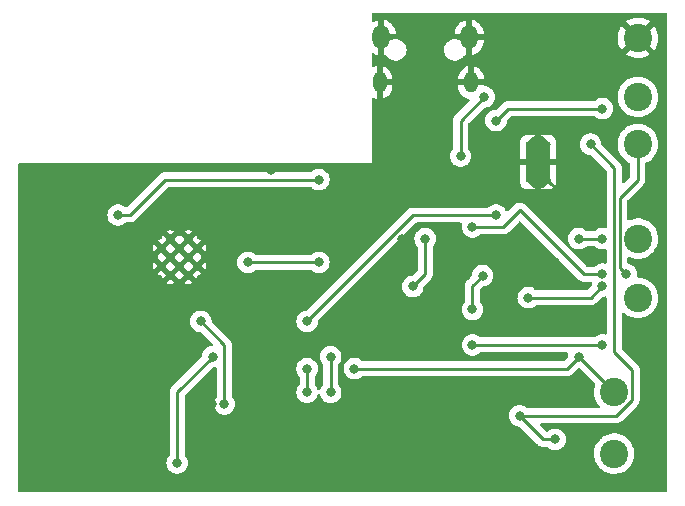
<source format=gbr>
G04 #@! TF.GenerationSoftware,KiCad,Pcbnew,(6.0.9)*
G04 #@! TF.CreationDate,2022-12-05T14:11:37+01:00*
G04 #@! TF.ProjectId,PP,50502e6b-6963-4616-945f-706362585858,rev?*
G04 #@! TF.SameCoordinates,Original*
G04 #@! TF.FileFunction,Copper,L2,Bot*
G04 #@! TF.FilePolarity,Positive*
%FSLAX46Y46*%
G04 Gerber Fmt 4.6, Leading zero omitted, Abs format (unit mm)*
G04 Created by KiCad (PCBNEW (6.0.9)) date 2022-12-05 14:11:37*
%MOMM*%
%LPD*%
G01*
G04 APERTURE LIST*
G04 #@! TA.AperFunction,SMDPad,CuDef*
%ADD10R,2.000000X3.500000*%
G04 #@! TD*
G04 #@! TA.AperFunction,ComponentPad*
%ADD11C,0.500000*%
G04 #@! TD*
G04 #@! TA.AperFunction,ComponentPad*
%ADD12C,0.475000*%
G04 #@! TD*
G04 #@! TA.AperFunction,ComponentPad*
%ADD13C,2.400000*%
G04 #@! TD*
G04 #@! TA.AperFunction,ComponentPad*
%ADD14O,1.450000X2.000000*%
G04 #@! TD*
G04 #@! TA.AperFunction,ComponentPad*
%ADD15O,1.150000X1.800000*%
G04 #@! TD*
G04 #@! TA.AperFunction,ViaPad*
%ADD16C,0.800000*%
G04 #@! TD*
G04 #@! TA.AperFunction,Conductor*
%ADD17C,0.250000*%
G04 #@! TD*
G04 APERTURE END LIST*
D10*
X138570000Y-56515000D03*
D11*
X137820000Y-55015000D03*
X137820000Y-58015000D03*
X139320000Y-55015000D03*
X137820000Y-56515000D03*
X139320000Y-58015000D03*
X139320000Y-56515000D03*
D12*
X106680000Y-63807500D03*
X108967500Y-66095000D03*
X108967500Y-63045000D03*
X106680000Y-65332500D03*
X107442500Y-66095000D03*
X107442500Y-63045000D03*
X109730000Y-63807500D03*
X108205000Y-65332500D03*
X108967500Y-64570000D03*
X107442500Y-64570000D03*
X109730000Y-65332500D03*
X108205000Y-63807500D03*
D13*
X147000000Y-63000000D03*
X147000000Y-68000000D03*
D14*
X125285000Y-45970000D03*
X132735000Y-45970000D03*
D15*
X125135000Y-49770000D03*
X132885000Y-49770000D03*
D13*
X147000000Y-46000000D03*
X147000000Y-51000000D03*
X145000000Y-81200000D03*
X145000000Y-76000000D03*
X147000000Y-55000000D03*
D16*
X142000000Y-61000000D03*
X144000000Y-66000000D03*
X146000000Y-66000000D03*
X104000000Y-59224500D03*
X137725500Y-68000000D03*
X144000000Y-67000000D03*
X144000000Y-63000000D03*
X142000000Y-63000000D03*
X134000000Y-51000000D03*
X132000000Y-56000000D03*
X127948792Y-67051208D03*
X129000000Y-63000000D03*
X143000000Y-55000000D03*
X123000000Y-74000000D03*
X133000000Y-72000000D03*
X144000000Y-72000000D03*
X133000000Y-62000000D03*
X133000000Y-69000000D03*
X133858399Y-66141601D03*
X135000000Y-61000000D03*
X119000000Y-70000000D03*
X110987701Y-76987701D03*
X110000000Y-70000000D03*
X112000000Y-77000000D03*
X111000000Y-73000000D03*
X108000000Y-82000000D03*
X119000000Y-74000000D03*
X119000000Y-76000000D03*
X127000000Y-63000000D03*
X142000000Y-73000000D03*
X137000000Y-78000000D03*
X140000000Y-80000000D03*
X140000000Y-70000000D03*
X137000000Y-70000000D03*
X140000000Y-65000000D03*
X119000000Y-80000000D03*
X103000000Y-61000000D03*
X120000000Y-58000000D03*
X135000000Y-53000000D03*
X144000000Y-52000000D03*
X121000000Y-76000000D03*
X121000000Y-73000000D03*
X120000000Y-65000000D03*
X114000000Y-65000000D03*
X115947812Y-57198005D03*
X102096189Y-57248101D03*
X103000000Y-73000000D03*
D17*
X142000000Y-60695000D02*
X142000000Y-61000000D01*
X139320000Y-58015000D02*
X142000000Y-60695000D01*
X147000000Y-58000000D02*
X147000000Y-55000000D01*
X145475000Y-59525000D02*
X147000000Y-58000000D01*
X145475000Y-65475000D02*
X145475000Y-59525000D01*
X146000000Y-66000000D02*
X145475000Y-65475000D01*
X142410000Y-66000000D02*
X144000000Y-66000000D01*
X137000000Y-60590000D02*
X142410000Y-66000000D01*
X104000000Y-59224500D02*
X104000000Y-59151912D01*
X104000000Y-59151912D02*
X102096189Y-57248101D01*
X137725500Y-68000000D02*
X143000000Y-68000000D01*
X143000000Y-68000000D02*
X144000000Y-67000000D01*
X144000000Y-63000000D02*
X142000000Y-63000000D01*
X132000000Y-53000000D02*
X134000000Y-51000000D01*
X132000000Y-56000000D02*
X132000000Y-53000000D01*
X129000000Y-66000000D02*
X127948792Y-67051208D01*
X129000000Y-63000000D02*
X129000000Y-66000000D01*
X146525000Y-74100305D02*
X145000000Y-72575305D01*
X145000000Y-57000000D02*
X143000000Y-55000000D01*
X145000000Y-72575305D02*
X145000000Y-57000000D01*
X146525000Y-76631676D02*
X146525000Y-74100305D01*
X145156676Y-78000000D02*
X146525000Y-76631676D01*
X137000000Y-78000000D02*
X145156676Y-78000000D01*
X141000000Y-74000000D02*
X142000000Y-73000000D01*
X123000000Y-74000000D02*
X141000000Y-74000000D01*
X144000000Y-72000000D02*
X133000000Y-72000000D01*
X135590000Y-62000000D02*
X137000000Y-60590000D01*
X133000000Y-62000000D02*
X135590000Y-62000000D01*
X133000000Y-67000000D02*
X133000000Y-69000000D01*
X133858399Y-66141601D02*
X133000000Y-67000000D01*
X119000000Y-70000000D02*
X119000000Y-69974695D01*
X119000000Y-69974695D02*
X127974695Y-61000000D01*
X127974695Y-61000000D02*
X135000000Y-61000000D01*
X112000000Y-77000000D02*
X112000000Y-72000000D01*
X112000000Y-72000000D02*
X110000000Y-70000000D01*
X108000000Y-82000000D02*
X108000000Y-76000000D01*
X108000000Y-76000000D02*
X111000000Y-73000000D01*
X119000000Y-76000000D02*
X119000000Y-74000000D01*
X145000000Y-76000000D02*
X142000000Y-73000000D01*
X139000000Y-80000000D02*
X137000000Y-78000000D01*
X140000000Y-80000000D02*
X139000000Y-80000000D01*
X104000000Y-61000000D02*
X103000000Y-61000000D01*
X107000000Y-58000000D02*
X104000000Y-61000000D01*
X120000000Y-58000000D02*
X107000000Y-58000000D01*
X144000000Y-52000000D02*
X136000000Y-52000000D01*
X136000000Y-52000000D02*
X135000000Y-53000000D01*
X121000000Y-73000000D02*
X121000000Y-76000000D01*
X120000000Y-65000000D02*
X114000000Y-65000000D01*
G04 #@! TA.AperFunction,Conductor*
G36*
X149433621Y-43920002D02*
G01*
X149480114Y-43973658D01*
X149491500Y-44026000D01*
X149491500Y-84365500D01*
X149471498Y-84433621D01*
X149417842Y-84480114D01*
X149365500Y-84491500D01*
X94634500Y-84491500D01*
X94566379Y-84471498D01*
X94519886Y-84417842D01*
X94508500Y-84365500D01*
X94508500Y-82000000D01*
X107086496Y-82000000D01*
X107106458Y-82189928D01*
X107165473Y-82371556D01*
X107260960Y-82536944D01*
X107265378Y-82541851D01*
X107265379Y-82541852D01*
X107305204Y-82586082D01*
X107388747Y-82678866D01*
X107543248Y-82791118D01*
X107549276Y-82793802D01*
X107549278Y-82793803D01*
X107610674Y-82821138D01*
X107717712Y-82868794D01*
X107794482Y-82885112D01*
X107898056Y-82907128D01*
X107898061Y-82907128D01*
X107904513Y-82908500D01*
X108095487Y-82908500D01*
X108101939Y-82907128D01*
X108101944Y-82907128D01*
X108205518Y-82885112D01*
X108282288Y-82868794D01*
X108389326Y-82821138D01*
X108450722Y-82793803D01*
X108450724Y-82793802D01*
X108456752Y-82791118D01*
X108611253Y-82678866D01*
X108694796Y-82586082D01*
X108734621Y-82541852D01*
X108734622Y-82541851D01*
X108739040Y-82536944D01*
X108834527Y-82371556D01*
X108893542Y-82189928D01*
X108913504Y-82000000D01*
X108903097Y-81900984D01*
X108894232Y-81816635D01*
X108894232Y-81816633D01*
X108893542Y-81810072D01*
X108834527Y-81628444D01*
X108739040Y-81463056D01*
X108665863Y-81381785D01*
X108635147Y-81317779D01*
X108633500Y-81297476D01*
X108633500Y-81155151D01*
X143287296Y-81155151D01*
X143299480Y-81408798D01*
X143310273Y-81463056D01*
X143344421Y-81634729D01*
X143349021Y-81657857D01*
X143350600Y-81662255D01*
X143350602Y-81662262D01*
X143406028Y-81816635D01*
X143434831Y-81896858D01*
X143555025Y-82120551D01*
X143557820Y-82124294D01*
X143557822Y-82124297D01*
X143704171Y-82320282D01*
X143704176Y-82320288D01*
X143706963Y-82324020D01*
X143710272Y-82327300D01*
X143710277Y-82327306D01*
X143808859Y-82425031D01*
X143887307Y-82502797D01*
X143891069Y-82505555D01*
X143891072Y-82505558D01*
X143940571Y-82541852D01*
X144092094Y-82652953D01*
X144096229Y-82655129D01*
X144096233Y-82655131D01*
X144214289Y-82717243D01*
X144316827Y-82771191D01*
X144556568Y-82854912D01*
X144806050Y-82902278D01*
X144926532Y-82907011D01*
X145055125Y-82912064D01*
X145055130Y-82912064D01*
X145059793Y-82912247D01*
X145158774Y-82901407D01*
X145307569Y-82885112D01*
X145307575Y-82885111D01*
X145312222Y-82884602D01*
X145367054Y-82870166D01*
X145553273Y-82821138D01*
X145557793Y-82819948D01*
X145676353Y-82769011D01*
X145786807Y-82721557D01*
X145786810Y-82721555D01*
X145791110Y-82719708D01*
X145795090Y-82717245D01*
X145795094Y-82717243D01*
X146003064Y-82588547D01*
X146003066Y-82588545D01*
X146007047Y-82586082D01*
X146059294Y-82541852D01*
X146197289Y-82425031D01*
X146197291Y-82425029D01*
X146200862Y-82422006D01*
X146368295Y-82231084D01*
X146390730Y-82196206D01*
X146503141Y-82021442D01*
X146505669Y-82017512D01*
X146609967Y-81785980D01*
X146678896Y-81541575D01*
X146699224Y-81381787D01*
X146710545Y-81292798D01*
X146710545Y-81292792D01*
X146710943Y-81289667D01*
X146713291Y-81200000D01*
X146694472Y-80946759D01*
X146685505Y-80907128D01*
X146639459Y-80703639D01*
X146638428Y-80699082D01*
X146636735Y-80694728D01*
X146548084Y-80466762D01*
X146548083Y-80466760D01*
X146546391Y-80462409D01*
X146544073Y-80458353D01*
X146422702Y-80245997D01*
X146422700Y-80245995D01*
X146420383Y-80241940D01*
X146263171Y-80042517D01*
X146078209Y-79868523D01*
X145993952Y-79810072D01*
X145873393Y-79726437D01*
X145873390Y-79726435D01*
X145869561Y-79723779D01*
X145865384Y-79721719D01*
X145865377Y-79721715D01*
X145645996Y-79613528D01*
X145645992Y-79613527D01*
X145641810Y-79611464D01*
X145399960Y-79534047D01*
X145395355Y-79533297D01*
X145153935Y-79493980D01*
X145153934Y-79493980D01*
X145149323Y-79493229D01*
X145022364Y-79491567D01*
X144900083Y-79489966D01*
X144900080Y-79489966D01*
X144895406Y-79489905D01*
X144643787Y-79524149D01*
X144399993Y-79595208D01*
X144169380Y-79701522D01*
X144165471Y-79704085D01*
X143960928Y-79838189D01*
X143960923Y-79838193D01*
X143957015Y-79840755D01*
X143862288Y-79925302D01*
X143778596Y-80000000D01*
X143767562Y-80009848D01*
X143605183Y-80205087D01*
X143473447Y-80422182D01*
X143471638Y-80426496D01*
X143471637Y-80426498D01*
X143382855Y-80638220D01*
X143375246Y-80656365D01*
X143374095Y-80660897D01*
X143374094Y-80660900D01*
X143369531Y-80678866D01*
X143312738Y-80902490D01*
X143287296Y-81155151D01*
X108633500Y-81155151D01*
X108633500Y-76314594D01*
X108653502Y-76246473D01*
X108670405Y-76225499D01*
X110950499Y-73945405D01*
X111012811Y-73911379D01*
X111039594Y-73908500D01*
X111095487Y-73908500D01*
X111101939Y-73907128D01*
X111101944Y-73907128D01*
X111214303Y-73883245D01*
X111285094Y-73888647D01*
X111341727Y-73931464D01*
X111366220Y-73998102D01*
X111366500Y-74006492D01*
X111366500Y-76297476D01*
X111346498Y-76365597D01*
X111334142Y-76381779D01*
X111260960Y-76463056D01*
X111257659Y-76468774D01*
X111184283Y-76595865D01*
X111165473Y-76628444D01*
X111106458Y-76810072D01*
X111105768Y-76816633D01*
X111105768Y-76816635D01*
X111096429Y-76905489D01*
X111086496Y-77000000D01*
X111087186Y-77006565D01*
X111098888Y-77117899D01*
X111106458Y-77189928D01*
X111165473Y-77371556D01*
X111260960Y-77536944D01*
X111388747Y-77678866D01*
X111543248Y-77791118D01*
X111549276Y-77793802D01*
X111549278Y-77793803D01*
X111600560Y-77816635D01*
X111717712Y-77868794D01*
X111811113Y-77888647D01*
X111898056Y-77907128D01*
X111898061Y-77907128D01*
X111904513Y-77908500D01*
X112095487Y-77908500D01*
X112101939Y-77907128D01*
X112101944Y-77907128D01*
X112188887Y-77888647D01*
X112282288Y-77868794D01*
X112399440Y-77816635D01*
X112450722Y-77793803D01*
X112450724Y-77793802D01*
X112456752Y-77791118D01*
X112611253Y-77678866D01*
X112739040Y-77536944D01*
X112834527Y-77371556D01*
X112893542Y-77189928D01*
X112901113Y-77117899D01*
X112912814Y-77006565D01*
X112913504Y-77000000D01*
X112903571Y-76905489D01*
X112894232Y-76816635D01*
X112894232Y-76816633D01*
X112893542Y-76810072D01*
X112834527Y-76628444D01*
X112815718Y-76595865D01*
X112742341Y-76468774D01*
X112739040Y-76463056D01*
X112665863Y-76381785D01*
X112635147Y-76317779D01*
X112633500Y-76297476D01*
X112633500Y-76000000D01*
X118086496Y-76000000D01*
X118087186Y-76006565D01*
X118102993Y-76156956D01*
X118106458Y-76189928D01*
X118165473Y-76371556D01*
X118260960Y-76536944D01*
X118265378Y-76541851D01*
X118265379Y-76541852D01*
X118319364Y-76601808D01*
X118388747Y-76678866D01*
X118543248Y-76791118D01*
X118549276Y-76793802D01*
X118549278Y-76793803D01*
X118695835Y-76859054D01*
X118717712Y-76868794D01*
X118811112Y-76888647D01*
X118898056Y-76907128D01*
X118898061Y-76907128D01*
X118904513Y-76908500D01*
X119095487Y-76908500D01*
X119101939Y-76907128D01*
X119101944Y-76907128D01*
X119188888Y-76888647D01*
X119282288Y-76868794D01*
X119304165Y-76859054D01*
X119450722Y-76793803D01*
X119450724Y-76793802D01*
X119456752Y-76791118D01*
X119611253Y-76678866D01*
X119680636Y-76601808D01*
X119734621Y-76541852D01*
X119734622Y-76541851D01*
X119739040Y-76536944D01*
X119834527Y-76371556D01*
X119880167Y-76231090D01*
X119920241Y-76172486D01*
X119985637Y-76144849D01*
X120055594Y-76156956D01*
X120107900Y-76204962D01*
X120119832Y-76231089D01*
X120165473Y-76371556D01*
X120260960Y-76536944D01*
X120265378Y-76541851D01*
X120265379Y-76541852D01*
X120319364Y-76601808D01*
X120388747Y-76678866D01*
X120543248Y-76791118D01*
X120549276Y-76793802D01*
X120549278Y-76793803D01*
X120695835Y-76859054D01*
X120717712Y-76868794D01*
X120811112Y-76888647D01*
X120898056Y-76907128D01*
X120898061Y-76907128D01*
X120904513Y-76908500D01*
X121095487Y-76908500D01*
X121101939Y-76907128D01*
X121101944Y-76907128D01*
X121188888Y-76888647D01*
X121282288Y-76868794D01*
X121304165Y-76859054D01*
X121450722Y-76793803D01*
X121450724Y-76793802D01*
X121456752Y-76791118D01*
X121611253Y-76678866D01*
X121680636Y-76601808D01*
X121734621Y-76541852D01*
X121734622Y-76541851D01*
X121739040Y-76536944D01*
X121834527Y-76371556D01*
X121893542Y-76189928D01*
X121897008Y-76156956D01*
X121912814Y-76006565D01*
X121913504Y-76000000D01*
X121904285Y-75912289D01*
X121894232Y-75816635D01*
X121894232Y-75816633D01*
X121893542Y-75810072D01*
X121834527Y-75628444D01*
X121739040Y-75463056D01*
X121665863Y-75381785D01*
X121635147Y-75317779D01*
X121633500Y-75297476D01*
X121633500Y-73702524D01*
X121653502Y-73634403D01*
X121665858Y-73618221D01*
X121739040Y-73536944D01*
X121834527Y-73371556D01*
X121893542Y-73189928D01*
X121913504Y-73000000D01*
X121905463Y-72923497D01*
X121894232Y-72816635D01*
X121894232Y-72816633D01*
X121893542Y-72810072D01*
X121834527Y-72628444D01*
X121739040Y-72463056D01*
X121637069Y-72349805D01*
X121615675Y-72326045D01*
X121615674Y-72326044D01*
X121611253Y-72321134D01*
X121456752Y-72208882D01*
X121450724Y-72206198D01*
X121450722Y-72206197D01*
X121288319Y-72133891D01*
X121288318Y-72133891D01*
X121282288Y-72131206D01*
X121188888Y-72111353D01*
X121101944Y-72092872D01*
X121101939Y-72092872D01*
X121095487Y-72091500D01*
X120904513Y-72091500D01*
X120898061Y-72092872D01*
X120898056Y-72092872D01*
X120811112Y-72111353D01*
X120717712Y-72131206D01*
X120711682Y-72133891D01*
X120711681Y-72133891D01*
X120549278Y-72206197D01*
X120549276Y-72206198D01*
X120543248Y-72208882D01*
X120388747Y-72321134D01*
X120384326Y-72326044D01*
X120384325Y-72326045D01*
X120362932Y-72349805D01*
X120260960Y-72463056D01*
X120165473Y-72628444D01*
X120106458Y-72810072D01*
X120105768Y-72816633D01*
X120105768Y-72816635D01*
X120094537Y-72923497D01*
X120086496Y-73000000D01*
X120106458Y-73189928D01*
X120165473Y-73371556D01*
X120260960Y-73536944D01*
X120334137Y-73618215D01*
X120364853Y-73682221D01*
X120366500Y-73702524D01*
X120366500Y-75297476D01*
X120346498Y-75365597D01*
X120334142Y-75381779D01*
X120260960Y-75463056D01*
X120165473Y-75628444D01*
X120121123Y-75764940D01*
X120119833Y-75768909D01*
X120079759Y-75827514D01*
X120014363Y-75855151D01*
X119944406Y-75843044D01*
X119892100Y-75795038D01*
X119880167Y-75768909D01*
X119878878Y-75764940D01*
X119834527Y-75628444D01*
X119739040Y-75463056D01*
X119665863Y-75381785D01*
X119635147Y-75317779D01*
X119633500Y-75297476D01*
X119633500Y-74702524D01*
X119653502Y-74634403D01*
X119665858Y-74618221D01*
X119739040Y-74536944D01*
X119818581Y-74399175D01*
X119831223Y-74377279D01*
X119831224Y-74377278D01*
X119834527Y-74371556D01*
X119893542Y-74189928D01*
X119895611Y-74170248D01*
X119912814Y-74006565D01*
X119913504Y-74000000D01*
X119909468Y-73961598D01*
X119894232Y-73816635D01*
X119894232Y-73816633D01*
X119893542Y-73810072D01*
X119834527Y-73628444D01*
X119739040Y-73463056D01*
X119649509Y-73363621D01*
X119615675Y-73326045D01*
X119615674Y-73326044D01*
X119611253Y-73321134D01*
X119456752Y-73208882D01*
X119450724Y-73206198D01*
X119450722Y-73206197D01*
X119288319Y-73133891D01*
X119288318Y-73133891D01*
X119282288Y-73131206D01*
X119188887Y-73111353D01*
X119101944Y-73092872D01*
X119101939Y-73092872D01*
X119095487Y-73091500D01*
X118904513Y-73091500D01*
X118898061Y-73092872D01*
X118898056Y-73092872D01*
X118811113Y-73111353D01*
X118717712Y-73131206D01*
X118711682Y-73133891D01*
X118711681Y-73133891D01*
X118549278Y-73206197D01*
X118549276Y-73206198D01*
X118543248Y-73208882D01*
X118388747Y-73321134D01*
X118384326Y-73326044D01*
X118384325Y-73326045D01*
X118350492Y-73363621D01*
X118260960Y-73463056D01*
X118165473Y-73628444D01*
X118106458Y-73810072D01*
X118105768Y-73816633D01*
X118105768Y-73816635D01*
X118090532Y-73961598D01*
X118086496Y-74000000D01*
X118087186Y-74006565D01*
X118104390Y-74170248D01*
X118106458Y-74189928D01*
X118165473Y-74371556D01*
X118168776Y-74377278D01*
X118168777Y-74377279D01*
X118181419Y-74399175D01*
X118260960Y-74536944D01*
X118334137Y-74618215D01*
X118364853Y-74682221D01*
X118366500Y-74702524D01*
X118366500Y-75297476D01*
X118346498Y-75365597D01*
X118334142Y-75381779D01*
X118260960Y-75463056D01*
X118165473Y-75628444D01*
X118106458Y-75810072D01*
X118105768Y-75816633D01*
X118105768Y-75816635D01*
X118095715Y-75912289D01*
X118086496Y-76000000D01*
X112633500Y-76000000D01*
X112633500Y-72078767D01*
X112634027Y-72067584D01*
X112635702Y-72060091D01*
X112633562Y-71992014D01*
X112633500Y-71988055D01*
X112633500Y-71960144D01*
X112632995Y-71956144D01*
X112632062Y-71944301D01*
X112630922Y-71908029D01*
X112630673Y-71900110D01*
X112625022Y-71880658D01*
X112621014Y-71861306D01*
X112619467Y-71849063D01*
X112618474Y-71841203D01*
X112615556Y-71833832D01*
X112602200Y-71800097D01*
X112598355Y-71788870D01*
X112597721Y-71786687D01*
X112586018Y-71746407D01*
X112575707Y-71728972D01*
X112567012Y-71711224D01*
X112559552Y-71692383D01*
X112533564Y-71656613D01*
X112527048Y-71646693D01*
X112508580Y-71615465D01*
X112508578Y-71615462D01*
X112504542Y-71608638D01*
X112490221Y-71594317D01*
X112477380Y-71579283D01*
X112470131Y-71569306D01*
X112465472Y-71562893D01*
X112431395Y-71534702D01*
X112422616Y-71526712D01*
X110947122Y-70051217D01*
X110919155Y-70000000D01*
X118086496Y-70000000D01*
X118106458Y-70189928D01*
X118165473Y-70371556D01*
X118260960Y-70536944D01*
X118388747Y-70678866D01*
X118543248Y-70791118D01*
X118549276Y-70793802D01*
X118549278Y-70793803D01*
X118711681Y-70866109D01*
X118717712Y-70868794D01*
X118811113Y-70888647D01*
X118898056Y-70907128D01*
X118898061Y-70907128D01*
X118904513Y-70908500D01*
X119095487Y-70908500D01*
X119101939Y-70907128D01*
X119101944Y-70907128D01*
X119188887Y-70888647D01*
X119282288Y-70868794D01*
X119288319Y-70866109D01*
X119450722Y-70793803D01*
X119450724Y-70793802D01*
X119456752Y-70791118D01*
X119611253Y-70678866D01*
X119739040Y-70536944D01*
X119834527Y-70371556D01*
X119893542Y-70189928D01*
X119913504Y-70000000D01*
X119915676Y-70000228D01*
X119932816Y-69941854D01*
X119949719Y-69920880D01*
X120870599Y-69000000D01*
X132086496Y-69000000D01*
X132106458Y-69189928D01*
X132165473Y-69371556D01*
X132168776Y-69377278D01*
X132168777Y-69377279D01*
X132175283Y-69388547D01*
X132260960Y-69536944D01*
X132265378Y-69541851D01*
X132265379Y-69541852D01*
X132338194Y-69622721D01*
X132388747Y-69678866D01*
X132543248Y-69791118D01*
X132549276Y-69793802D01*
X132549278Y-69793803D01*
X132600560Y-69816635D01*
X132717712Y-69868794D01*
X132811112Y-69888647D01*
X132898056Y-69907128D01*
X132898061Y-69907128D01*
X132904513Y-69908500D01*
X133095487Y-69908500D01*
X133101939Y-69907128D01*
X133101944Y-69907128D01*
X133188888Y-69888647D01*
X133282288Y-69868794D01*
X133399440Y-69816635D01*
X133450722Y-69793803D01*
X133450724Y-69793802D01*
X133456752Y-69791118D01*
X133611253Y-69678866D01*
X133661806Y-69622721D01*
X133734621Y-69541852D01*
X133734622Y-69541851D01*
X133739040Y-69536944D01*
X133824717Y-69388547D01*
X133831223Y-69377279D01*
X133831224Y-69377278D01*
X133834527Y-69371556D01*
X133893542Y-69189928D01*
X133913504Y-69000000D01*
X133893542Y-68810072D01*
X133834527Y-68628444D01*
X133830955Y-68622256D01*
X133747310Y-68477380D01*
X133739040Y-68463056D01*
X133665863Y-68381785D01*
X133635147Y-68317779D01*
X133633500Y-68297476D01*
X133633500Y-67314594D01*
X133653502Y-67246473D01*
X133670405Y-67225499D01*
X133808898Y-67087006D01*
X133871210Y-67052980D01*
X133897993Y-67050101D01*
X133953886Y-67050101D01*
X133960338Y-67048729D01*
X133960343Y-67048729D01*
X134076864Y-67023961D01*
X134140687Y-67010395D01*
X134164035Y-67000000D01*
X134309121Y-66935404D01*
X134309123Y-66935403D01*
X134315151Y-66932719D01*
X134332699Y-66919970D01*
X134404445Y-66867843D01*
X134469652Y-66820467D01*
X134510948Y-66774603D01*
X134593020Y-66683453D01*
X134593021Y-66683452D01*
X134597439Y-66678545D01*
X134661743Y-66567168D01*
X134689622Y-66518880D01*
X134689623Y-66518879D01*
X134692926Y-66513157D01*
X134751941Y-66331529D01*
X134755967Y-66293229D01*
X134771213Y-66148166D01*
X134771903Y-66141601D01*
X134764705Y-66073112D01*
X134752631Y-65958236D01*
X134752631Y-65958234D01*
X134751941Y-65951673D01*
X134692926Y-65770045D01*
X134679226Y-65746315D01*
X134644059Y-65685405D01*
X134597439Y-65604657D01*
X134469652Y-65462735D01*
X134344257Y-65371630D01*
X134320493Y-65354364D01*
X134320492Y-65354363D01*
X134315151Y-65350483D01*
X134309123Y-65347799D01*
X134309121Y-65347798D01*
X134146718Y-65275492D01*
X134146717Y-65275492D01*
X134140687Y-65272807D01*
X134047286Y-65252954D01*
X133960343Y-65234473D01*
X133960338Y-65234473D01*
X133953886Y-65233101D01*
X133762912Y-65233101D01*
X133756460Y-65234473D01*
X133756455Y-65234473D01*
X133669512Y-65252954D01*
X133576111Y-65272807D01*
X133570081Y-65275492D01*
X133570080Y-65275492D01*
X133407677Y-65347798D01*
X133407675Y-65347799D01*
X133401647Y-65350483D01*
X133396306Y-65354363D01*
X133396305Y-65354364D01*
X133372541Y-65371630D01*
X133247146Y-65462735D01*
X133119359Y-65604657D01*
X133072739Y-65685405D01*
X133037573Y-65746315D01*
X133023872Y-65770045D01*
X132964857Y-65951673D01*
X132964167Y-65958234D01*
X132964167Y-65958236D01*
X132960468Y-65993435D01*
X132947581Y-66116050D01*
X132947492Y-66116893D01*
X132920479Y-66182550D01*
X132911278Y-66192818D01*
X132755216Y-66348879D01*
X132607742Y-66496353D01*
X132599463Y-66503887D01*
X132592982Y-66508000D01*
X132565563Y-66537199D01*
X132546357Y-66557651D01*
X132543602Y-66560493D01*
X132523865Y-66580230D01*
X132521385Y-66583427D01*
X132513682Y-66592447D01*
X132483414Y-66624679D01*
X132479595Y-66631625D01*
X132479593Y-66631628D01*
X132473652Y-66642434D01*
X132462801Y-66658953D01*
X132450386Y-66674959D01*
X132447241Y-66682228D01*
X132447238Y-66682232D01*
X132432826Y-66715537D01*
X132427609Y-66726187D01*
X132406305Y-66764940D01*
X132404334Y-66772615D01*
X132404334Y-66772616D01*
X132401267Y-66784562D01*
X132394863Y-66803266D01*
X132386819Y-66821855D01*
X132385580Y-66829678D01*
X132385577Y-66829688D01*
X132379901Y-66865524D01*
X132377495Y-66877144D01*
X132366500Y-66919970D01*
X132366500Y-66940224D01*
X132364949Y-66959934D01*
X132361780Y-66979943D01*
X132362526Y-66987835D01*
X132365941Y-67023961D01*
X132366500Y-67035819D01*
X132366500Y-68297476D01*
X132346498Y-68365597D01*
X132334142Y-68381779D01*
X132260960Y-68463056D01*
X132252690Y-68477380D01*
X132169046Y-68622256D01*
X132165473Y-68628444D01*
X132106458Y-68810072D01*
X132086496Y-69000000D01*
X120870599Y-69000000D01*
X122819391Y-67051208D01*
X127035288Y-67051208D01*
X127035978Y-67057773D01*
X127053607Y-67225499D01*
X127055250Y-67241136D01*
X127114265Y-67422764D01*
X127209752Y-67588152D01*
X127337539Y-67730074D01*
X127354236Y-67742205D01*
X127456680Y-67816635D01*
X127492040Y-67842326D01*
X127498068Y-67845010D01*
X127498070Y-67845011D01*
X127551488Y-67868794D01*
X127666504Y-67920002D01*
X127759904Y-67939855D01*
X127846848Y-67958336D01*
X127846853Y-67958336D01*
X127853305Y-67959708D01*
X128044279Y-67959708D01*
X128050731Y-67958336D01*
X128050736Y-67958336D01*
X128137680Y-67939855D01*
X128231080Y-67920002D01*
X128346096Y-67868794D01*
X128399514Y-67845011D01*
X128399516Y-67845010D01*
X128405544Y-67842326D01*
X128440905Y-67816635D01*
X128543348Y-67742205D01*
X128560045Y-67730074D01*
X128687832Y-67588152D01*
X128783319Y-67422764D01*
X128842334Y-67241136D01*
X128843978Y-67225499D01*
X128858061Y-67091500D01*
X128859699Y-67075914D01*
X128886712Y-67010258D01*
X128895914Y-66999990D01*
X129392247Y-66503657D01*
X129400537Y-66496113D01*
X129407018Y-66492000D01*
X129453659Y-66442332D01*
X129456413Y-66439491D01*
X129476135Y-66419769D01*
X129478612Y-66416576D01*
X129486317Y-66407555D01*
X129511159Y-66381100D01*
X129516586Y-66375321D01*
X129520407Y-66368371D01*
X129526346Y-66357568D01*
X129537202Y-66341041D01*
X129544757Y-66331302D01*
X129544758Y-66331300D01*
X129549614Y-66325040D01*
X129567174Y-66284460D01*
X129572391Y-66273812D01*
X129589875Y-66242009D01*
X129589876Y-66242007D01*
X129593695Y-66235060D01*
X129598733Y-66215437D01*
X129605137Y-66196734D01*
X129610033Y-66185420D01*
X129610033Y-66185419D01*
X129613181Y-66178145D01*
X129614420Y-66170322D01*
X129614423Y-66170312D01*
X129620099Y-66134476D01*
X129622505Y-66122856D01*
X129631528Y-66087711D01*
X129631528Y-66087710D01*
X129633500Y-66080030D01*
X129633500Y-66059776D01*
X129635051Y-66040065D01*
X129636980Y-66027886D01*
X129638220Y-66020057D01*
X129634059Y-65976038D01*
X129633500Y-65964181D01*
X129633500Y-63702524D01*
X129653502Y-63634403D01*
X129665858Y-63618221D01*
X129739040Y-63536944D01*
X129823616Y-63390455D01*
X129831223Y-63377279D01*
X129831224Y-63377278D01*
X129834527Y-63371556D01*
X129893542Y-63189928D01*
X129897768Y-63149725D01*
X129912814Y-63006565D01*
X129913504Y-63000000D01*
X129893542Y-62810072D01*
X129834527Y-62628444D01*
X129830955Y-62622256D01*
X129762992Y-62504542D01*
X129739040Y-62463056D01*
X129710533Y-62431395D01*
X129615675Y-62326045D01*
X129615674Y-62326044D01*
X129611253Y-62321134D01*
X129456752Y-62208882D01*
X129450724Y-62206198D01*
X129450722Y-62206197D01*
X129288319Y-62133891D01*
X129288318Y-62133891D01*
X129282288Y-62131206D01*
X129173687Y-62108122D01*
X129101944Y-62092872D01*
X129101939Y-62092872D01*
X129095487Y-62091500D01*
X128904513Y-62091500D01*
X128898061Y-62092872D01*
X128898056Y-62092872D01*
X128826313Y-62108122D01*
X128717712Y-62131206D01*
X128711682Y-62133891D01*
X128711681Y-62133891D01*
X128549278Y-62206197D01*
X128549276Y-62206198D01*
X128543248Y-62208882D01*
X128388747Y-62321134D01*
X128384326Y-62326044D01*
X128384325Y-62326045D01*
X128289468Y-62431395D01*
X128260960Y-62463056D01*
X128237008Y-62504542D01*
X128169046Y-62622256D01*
X128165473Y-62628444D01*
X128106458Y-62810072D01*
X128086496Y-63000000D01*
X128087186Y-63006565D01*
X128102233Y-63149725D01*
X128106458Y-63189928D01*
X128165473Y-63371556D01*
X128168776Y-63377278D01*
X128168777Y-63377279D01*
X128176384Y-63390455D01*
X128260960Y-63536944D01*
X128334137Y-63618215D01*
X128364853Y-63682221D01*
X128366500Y-63702524D01*
X128366500Y-65685405D01*
X128346498Y-65753526D01*
X128329595Y-65774501D01*
X127998291Y-66105804D01*
X127935979Y-66139829D01*
X127909196Y-66142708D01*
X127853305Y-66142708D01*
X127846853Y-66144080D01*
X127846848Y-66144080D01*
X127783587Y-66157527D01*
X127666504Y-66182414D01*
X127660474Y-66185099D01*
X127660473Y-66185099D01*
X127498070Y-66257405D01*
X127498068Y-66257406D01*
X127492040Y-66260090D01*
X127337539Y-66372342D01*
X127333118Y-66377252D01*
X127333117Y-66377253D01*
X127219303Y-66503657D01*
X127209752Y-66514264D01*
X127169862Y-66583356D01*
X127122226Y-66665864D01*
X127114265Y-66679652D01*
X127055250Y-66861280D01*
X127054560Y-66867841D01*
X127054560Y-66867843D01*
X127047459Y-66935404D01*
X127035288Y-67051208D01*
X122819391Y-67051208D01*
X128200194Y-61670405D01*
X128262506Y-61636379D01*
X128289289Y-61633500D01*
X131990406Y-61633500D01*
X132058527Y-61653502D01*
X132105020Y-61707158D01*
X132115124Y-61777432D01*
X132110238Y-61798438D01*
X132108498Y-61803792D01*
X132108497Y-61803797D01*
X132106458Y-61810072D01*
X132086496Y-62000000D01*
X132087186Y-62006565D01*
X132090519Y-62038272D01*
X132106458Y-62189928D01*
X132165473Y-62371556D01*
X132168776Y-62377278D01*
X132168777Y-62377279D01*
X132194953Y-62422616D01*
X132260960Y-62536944D01*
X132265378Y-62541851D01*
X132265379Y-62541852D01*
X132347452Y-62633003D01*
X132388747Y-62678866D01*
X132543248Y-62791118D01*
X132549276Y-62793802D01*
X132549278Y-62793803D01*
X132711681Y-62866109D01*
X132717712Y-62868794D01*
X132811113Y-62888647D01*
X132898056Y-62907128D01*
X132898061Y-62907128D01*
X132904513Y-62908500D01*
X133095487Y-62908500D01*
X133101939Y-62907128D01*
X133101944Y-62907128D01*
X133188887Y-62888647D01*
X133282288Y-62868794D01*
X133288319Y-62866109D01*
X133450722Y-62793803D01*
X133450724Y-62793802D01*
X133456752Y-62791118D01*
X133506894Y-62754688D01*
X133589671Y-62694546D01*
X133611253Y-62678866D01*
X133615668Y-62673963D01*
X133620580Y-62669540D01*
X133621705Y-62670789D01*
X133675014Y-62637949D01*
X133708200Y-62633500D01*
X135511233Y-62633500D01*
X135522416Y-62634027D01*
X135529909Y-62635702D01*
X135537835Y-62635453D01*
X135537836Y-62635453D01*
X135597986Y-62633562D01*
X135601945Y-62633500D01*
X135629856Y-62633500D01*
X135633791Y-62633003D01*
X135633856Y-62632995D01*
X135645693Y-62632062D01*
X135677951Y-62631048D01*
X135681970Y-62630922D01*
X135689889Y-62630673D01*
X135709343Y-62625021D01*
X135728700Y-62621013D01*
X135740930Y-62619468D01*
X135740931Y-62619468D01*
X135748797Y-62618474D01*
X135756168Y-62615555D01*
X135756170Y-62615555D01*
X135789912Y-62602196D01*
X135801142Y-62598351D01*
X135835983Y-62588229D01*
X135835984Y-62588229D01*
X135843593Y-62586018D01*
X135850412Y-62581985D01*
X135850417Y-62581983D01*
X135861028Y-62575707D01*
X135878776Y-62567012D01*
X135897617Y-62559552D01*
X135933387Y-62533564D01*
X135943307Y-62527048D01*
X135974535Y-62508580D01*
X135974538Y-62508578D01*
X135981362Y-62504542D01*
X135995683Y-62490221D01*
X136010717Y-62477380D01*
X136020694Y-62470131D01*
X136027107Y-62465472D01*
X136055298Y-62431395D01*
X136063288Y-62422616D01*
X136910905Y-61574999D01*
X136973217Y-61540973D01*
X137044032Y-61546038D01*
X137089095Y-61574999D01*
X141906343Y-66392247D01*
X141913887Y-66400537D01*
X141918000Y-66407018D01*
X141923777Y-66412443D01*
X141967667Y-66453658D01*
X141970509Y-66456413D01*
X141990230Y-66476134D01*
X141993425Y-66478612D01*
X142002447Y-66486318D01*
X142034679Y-66516586D01*
X142041628Y-66520406D01*
X142052432Y-66526346D01*
X142068956Y-66537199D01*
X142084959Y-66549613D01*
X142125543Y-66567176D01*
X142136173Y-66572383D01*
X142174940Y-66593695D01*
X142182617Y-66595666D01*
X142182622Y-66595668D01*
X142194558Y-66598732D01*
X142213266Y-66605137D01*
X142231855Y-66613181D01*
X142239680Y-66614420D01*
X142239682Y-66614421D01*
X142275519Y-66620097D01*
X142287140Y-66622504D01*
X142322289Y-66631528D01*
X142329970Y-66633500D01*
X142350231Y-66633500D01*
X142369940Y-66635051D01*
X142389943Y-66638219D01*
X142397835Y-66637473D01*
X142403062Y-66636979D01*
X142433954Y-66634059D01*
X142445811Y-66633500D01*
X142990406Y-66633500D01*
X143058527Y-66653502D01*
X143105020Y-66707158D01*
X143115124Y-66777432D01*
X143110238Y-66798438D01*
X143108498Y-66803792D01*
X143108497Y-66803797D01*
X143106458Y-66810072D01*
X143105768Y-66816633D01*
X143105768Y-66816635D01*
X143089093Y-66975292D01*
X143062080Y-67040949D01*
X143052878Y-67051218D01*
X142774499Y-67329596D01*
X142712187Y-67363621D01*
X142685404Y-67366500D01*
X138433700Y-67366500D01*
X138365579Y-67346498D01*
X138346353Y-67330157D01*
X138346080Y-67330460D01*
X138341168Y-67326037D01*
X138336753Y-67321134D01*
X138255925Y-67262409D01*
X138187594Y-67212763D01*
X138187593Y-67212762D01*
X138182252Y-67208882D01*
X138176224Y-67206198D01*
X138176222Y-67206197D01*
X138013819Y-67133891D01*
X138013818Y-67133891D01*
X138007788Y-67131206D01*
X137914388Y-67111353D01*
X137827444Y-67092872D01*
X137827439Y-67092872D01*
X137820987Y-67091500D01*
X137630013Y-67091500D01*
X137623561Y-67092872D01*
X137623556Y-67092872D01*
X137536612Y-67111353D01*
X137443212Y-67131206D01*
X137437182Y-67133891D01*
X137437181Y-67133891D01*
X137274778Y-67206197D01*
X137274776Y-67206198D01*
X137268748Y-67208882D01*
X137263407Y-67212762D01*
X137263406Y-67212763D01*
X137224354Y-67241136D01*
X137114247Y-67321134D01*
X137109826Y-67326044D01*
X137109825Y-67326045D01*
X137075992Y-67363621D01*
X136986460Y-67463056D01*
X136890973Y-67628444D01*
X136831958Y-67810072D01*
X136831268Y-67816633D01*
X136831268Y-67816635D01*
X136821757Y-67907128D01*
X136811996Y-68000000D01*
X136831958Y-68189928D01*
X136890973Y-68371556D01*
X136986460Y-68536944D01*
X136990878Y-68541851D01*
X136990879Y-68541852D01*
X137072952Y-68633003D01*
X137114247Y-68678866D01*
X137268748Y-68791118D01*
X137274776Y-68793802D01*
X137274778Y-68793803D01*
X137326060Y-68816635D01*
X137443212Y-68868794D01*
X137536613Y-68888647D01*
X137623556Y-68907128D01*
X137623561Y-68907128D01*
X137630013Y-68908500D01*
X137820987Y-68908500D01*
X137827439Y-68907128D01*
X137827444Y-68907128D01*
X137914387Y-68888647D01*
X138007788Y-68868794D01*
X138124940Y-68816635D01*
X138176222Y-68793803D01*
X138176224Y-68793802D01*
X138182252Y-68791118D01*
X138336753Y-68678866D01*
X138341168Y-68673963D01*
X138346080Y-68669540D01*
X138347205Y-68670789D01*
X138400514Y-68637949D01*
X138433700Y-68633500D01*
X142921233Y-68633500D01*
X142932416Y-68634027D01*
X142939909Y-68635702D01*
X142947835Y-68635453D01*
X142947836Y-68635453D01*
X143007986Y-68633562D01*
X143011945Y-68633500D01*
X143039856Y-68633500D01*
X143043791Y-68633003D01*
X143043856Y-68632995D01*
X143055693Y-68632062D01*
X143087951Y-68631048D01*
X143091970Y-68630922D01*
X143099889Y-68630673D01*
X143119343Y-68625021D01*
X143138700Y-68621013D01*
X143150930Y-68619468D01*
X143150931Y-68619468D01*
X143158797Y-68618474D01*
X143166168Y-68615555D01*
X143166170Y-68615555D01*
X143199912Y-68602196D01*
X143211142Y-68598351D01*
X143245983Y-68588229D01*
X143245984Y-68588229D01*
X143253593Y-68586018D01*
X143260412Y-68581985D01*
X143260417Y-68581983D01*
X143271028Y-68575707D01*
X143288776Y-68567012D01*
X143307617Y-68559552D01*
X143343387Y-68533564D01*
X143353307Y-68527048D01*
X143384535Y-68508580D01*
X143384538Y-68508578D01*
X143391362Y-68504542D01*
X143405683Y-68490221D01*
X143420717Y-68477380D01*
X143430694Y-68470131D01*
X143437107Y-68465472D01*
X143465298Y-68431395D01*
X143473288Y-68422616D01*
X143950499Y-67945405D01*
X144012811Y-67911379D01*
X144039594Y-67908500D01*
X144095487Y-67908500D01*
X144101939Y-67907128D01*
X144101944Y-67907128D01*
X144214303Y-67883245D01*
X144285094Y-67888647D01*
X144341727Y-67931464D01*
X144366220Y-67998102D01*
X144366500Y-68006492D01*
X144366500Y-70993508D01*
X144346498Y-71061629D01*
X144292842Y-71108122D01*
X144222568Y-71118226D01*
X144214303Y-71116755D01*
X144101944Y-71092872D01*
X144101939Y-71092872D01*
X144095487Y-71091500D01*
X143904513Y-71091500D01*
X143898061Y-71092872D01*
X143898056Y-71092872D01*
X143826313Y-71108122D01*
X143717712Y-71131206D01*
X143711682Y-71133891D01*
X143711681Y-71133891D01*
X143549278Y-71206197D01*
X143549276Y-71206198D01*
X143543248Y-71208882D01*
X143388747Y-71321134D01*
X143384332Y-71326037D01*
X143379420Y-71330460D01*
X143378295Y-71329211D01*
X143324986Y-71362051D01*
X143291800Y-71366500D01*
X133708200Y-71366500D01*
X133640079Y-71346498D01*
X133620853Y-71330157D01*
X133620580Y-71330460D01*
X133615668Y-71326037D01*
X133611253Y-71321134D01*
X133456752Y-71208882D01*
X133450724Y-71206198D01*
X133450722Y-71206197D01*
X133288319Y-71133891D01*
X133288318Y-71133891D01*
X133282288Y-71131206D01*
X133173687Y-71108122D01*
X133101944Y-71092872D01*
X133101939Y-71092872D01*
X133095487Y-71091500D01*
X132904513Y-71091500D01*
X132898061Y-71092872D01*
X132898056Y-71092872D01*
X132826313Y-71108122D01*
X132717712Y-71131206D01*
X132711682Y-71133891D01*
X132711681Y-71133891D01*
X132549278Y-71206197D01*
X132549276Y-71206198D01*
X132543248Y-71208882D01*
X132388747Y-71321134D01*
X132260960Y-71463056D01*
X132257659Y-71468774D01*
X132180148Y-71603027D01*
X132165473Y-71628444D01*
X132106458Y-71810072D01*
X132105768Y-71816633D01*
X132105768Y-71816635D01*
X132096995Y-71900110D01*
X132086496Y-72000000D01*
X132106458Y-72189928D01*
X132165473Y-72371556D01*
X132260960Y-72536944D01*
X132388747Y-72678866D01*
X132543248Y-72791118D01*
X132549276Y-72793802D01*
X132549278Y-72793803D01*
X132711679Y-72866108D01*
X132717712Y-72868794D01*
X132784179Y-72882922D01*
X132898056Y-72907128D01*
X132898061Y-72907128D01*
X132904513Y-72908500D01*
X133095487Y-72908500D01*
X133101939Y-72907128D01*
X133101944Y-72907128D01*
X133215821Y-72882922D01*
X133282288Y-72868794D01*
X133288321Y-72866108D01*
X133450722Y-72793803D01*
X133450724Y-72793802D01*
X133456752Y-72791118D01*
X133611253Y-72678866D01*
X133615668Y-72673963D01*
X133620580Y-72669540D01*
X133621705Y-72670789D01*
X133675014Y-72637949D01*
X133708200Y-72633500D01*
X140990406Y-72633500D01*
X141058527Y-72653502D01*
X141105020Y-72707158D01*
X141115124Y-72777432D01*
X141110238Y-72798438D01*
X141108498Y-72803792D01*
X141108498Y-72803794D01*
X141106458Y-72810072D01*
X141105768Y-72816633D01*
X141105768Y-72816635D01*
X141089093Y-72975292D01*
X141062080Y-73040949D01*
X141052878Y-73051218D01*
X140774499Y-73329596D01*
X140712187Y-73363621D01*
X140685404Y-73366500D01*
X123708200Y-73366500D01*
X123640079Y-73346498D01*
X123620853Y-73330157D01*
X123620580Y-73330460D01*
X123615668Y-73326037D01*
X123611253Y-73321134D01*
X123456752Y-73208882D01*
X123450724Y-73206198D01*
X123450722Y-73206197D01*
X123288319Y-73133891D01*
X123288318Y-73133891D01*
X123282288Y-73131206D01*
X123188887Y-73111353D01*
X123101944Y-73092872D01*
X123101939Y-73092872D01*
X123095487Y-73091500D01*
X122904513Y-73091500D01*
X122898061Y-73092872D01*
X122898056Y-73092872D01*
X122811113Y-73111353D01*
X122717712Y-73131206D01*
X122711682Y-73133891D01*
X122711681Y-73133891D01*
X122549278Y-73206197D01*
X122549276Y-73206198D01*
X122543248Y-73208882D01*
X122388747Y-73321134D01*
X122384326Y-73326044D01*
X122384325Y-73326045D01*
X122350492Y-73363621D01*
X122260960Y-73463056D01*
X122165473Y-73628444D01*
X122106458Y-73810072D01*
X122105768Y-73816633D01*
X122105768Y-73816635D01*
X122090532Y-73961598D01*
X122086496Y-74000000D01*
X122087186Y-74006565D01*
X122104390Y-74170248D01*
X122106458Y-74189928D01*
X122165473Y-74371556D01*
X122168776Y-74377278D01*
X122168777Y-74377279D01*
X122181419Y-74399175D01*
X122260960Y-74536944D01*
X122265375Y-74541847D01*
X122265379Y-74541852D01*
X122347452Y-74633003D01*
X122388747Y-74678866D01*
X122543248Y-74791118D01*
X122549276Y-74793802D01*
X122549278Y-74793803D01*
X122711681Y-74866109D01*
X122717712Y-74868794D01*
X122811112Y-74888647D01*
X122898056Y-74907128D01*
X122898061Y-74907128D01*
X122904513Y-74908500D01*
X123095487Y-74908500D01*
X123101939Y-74907128D01*
X123101944Y-74907128D01*
X123188888Y-74888647D01*
X123282288Y-74868794D01*
X123288319Y-74866109D01*
X123450722Y-74793803D01*
X123450724Y-74793802D01*
X123456752Y-74791118D01*
X123611253Y-74678866D01*
X123615668Y-74673963D01*
X123620580Y-74669540D01*
X123621705Y-74670789D01*
X123675014Y-74637949D01*
X123708200Y-74633500D01*
X140921233Y-74633500D01*
X140932416Y-74634027D01*
X140939909Y-74635702D01*
X140947835Y-74635453D01*
X140947836Y-74635453D01*
X141007986Y-74633562D01*
X141011945Y-74633500D01*
X141039856Y-74633500D01*
X141043791Y-74633003D01*
X141043856Y-74632995D01*
X141055693Y-74632062D01*
X141087951Y-74631048D01*
X141091970Y-74630922D01*
X141099889Y-74630673D01*
X141119343Y-74625021D01*
X141138700Y-74621013D01*
X141150930Y-74619468D01*
X141150931Y-74619468D01*
X141158797Y-74618474D01*
X141166168Y-74615555D01*
X141166170Y-74615555D01*
X141199912Y-74602196D01*
X141211142Y-74598351D01*
X141245983Y-74588229D01*
X141245984Y-74588229D01*
X141253593Y-74586018D01*
X141260412Y-74581985D01*
X141260417Y-74581983D01*
X141271028Y-74575707D01*
X141288776Y-74567012D01*
X141307617Y-74559552D01*
X141343387Y-74533564D01*
X141353307Y-74527048D01*
X141384535Y-74508580D01*
X141384538Y-74508578D01*
X141391362Y-74504542D01*
X141405683Y-74490221D01*
X141420717Y-74477380D01*
X141430694Y-74470131D01*
X141437107Y-74465472D01*
X141465298Y-74431395D01*
X141473288Y-74422616D01*
X141910905Y-73984999D01*
X141973217Y-73950973D01*
X142044032Y-73956038D01*
X142089095Y-73984999D01*
X143370154Y-75266058D01*
X143404180Y-75328370D01*
X143397256Y-75403877D01*
X143375246Y-75456365D01*
X143374095Y-75460897D01*
X143374094Y-75460900D01*
X143349160Y-75559079D01*
X143312738Y-75702490D01*
X143287296Y-75955151D01*
X143287520Y-75959817D01*
X143287520Y-75959822D01*
X143290601Y-76023961D01*
X143299480Y-76208798D01*
X143349021Y-76457857D01*
X143350600Y-76462255D01*
X143350602Y-76462262D01*
X143402828Y-76607722D01*
X143434831Y-76696858D01*
X143437048Y-76700984D01*
X143552660Y-76916149D01*
X143555025Y-76920551D01*
X143557820Y-76924294D01*
X143557822Y-76924297D01*
X143704171Y-77120282D01*
X143704176Y-77120288D01*
X143706963Y-77124020D01*
X143712073Y-77129085D01*
X143734196Y-77151016D01*
X143768493Y-77213179D01*
X143763738Y-77284016D01*
X143721440Y-77341037D01*
X143655029Y-77366138D01*
X143645491Y-77366500D01*
X137708200Y-77366500D01*
X137640079Y-77346498D01*
X137620853Y-77330157D01*
X137620580Y-77330460D01*
X137615668Y-77326037D01*
X137611253Y-77321134D01*
X137560165Y-77284016D01*
X137462094Y-77212763D01*
X137462093Y-77212762D01*
X137456752Y-77208882D01*
X137450724Y-77206198D01*
X137450722Y-77206197D01*
X137288319Y-77133891D01*
X137288318Y-77133891D01*
X137282288Y-77131206D01*
X137188888Y-77111353D01*
X137101944Y-77092872D01*
X137101939Y-77092872D01*
X137095487Y-77091500D01*
X136904513Y-77091500D01*
X136898061Y-77092872D01*
X136898056Y-77092872D01*
X136811112Y-77111353D01*
X136717712Y-77131206D01*
X136711682Y-77133891D01*
X136711681Y-77133891D01*
X136549278Y-77206197D01*
X136549276Y-77206198D01*
X136543248Y-77208882D01*
X136537907Y-77212762D01*
X136537906Y-77212763D01*
X136487843Y-77249136D01*
X136388747Y-77321134D01*
X136260960Y-77463056D01*
X136165473Y-77628444D01*
X136106458Y-77810072D01*
X136086496Y-78000000D01*
X136106458Y-78189928D01*
X136165473Y-78371556D01*
X136260960Y-78536944D01*
X136265378Y-78541851D01*
X136265379Y-78541852D01*
X136347452Y-78633003D01*
X136388747Y-78678866D01*
X136543248Y-78791118D01*
X136549276Y-78793802D01*
X136549278Y-78793803D01*
X136672344Y-78848595D01*
X136717712Y-78868794D01*
X136811112Y-78888647D01*
X136898056Y-78907128D01*
X136898061Y-78907128D01*
X136904513Y-78908500D01*
X136960406Y-78908500D01*
X137028527Y-78928502D01*
X137049501Y-78945405D01*
X138496348Y-80392253D01*
X138503888Y-80400539D01*
X138508000Y-80407018D01*
X138513777Y-80412443D01*
X138557651Y-80453643D01*
X138560493Y-80456398D01*
X138580230Y-80476135D01*
X138583427Y-80478615D01*
X138592447Y-80486318D01*
X138624679Y-80516586D01*
X138631625Y-80520405D01*
X138631628Y-80520407D01*
X138642434Y-80526348D01*
X138658953Y-80537199D01*
X138674959Y-80549614D01*
X138682228Y-80552759D01*
X138682232Y-80552762D01*
X138715537Y-80567174D01*
X138726187Y-80572391D01*
X138764940Y-80593695D01*
X138772615Y-80595666D01*
X138772616Y-80595666D01*
X138784562Y-80598733D01*
X138803267Y-80605137D01*
X138821855Y-80613181D01*
X138829678Y-80614420D01*
X138829688Y-80614423D01*
X138865524Y-80620099D01*
X138877144Y-80622505D01*
X138912289Y-80631528D01*
X138919970Y-80633500D01*
X138940224Y-80633500D01*
X138959934Y-80635051D01*
X138979943Y-80638220D01*
X138987835Y-80637474D01*
X139023961Y-80634059D01*
X139035819Y-80633500D01*
X139291800Y-80633500D01*
X139359921Y-80653502D01*
X139379147Y-80669843D01*
X139379420Y-80669540D01*
X139384332Y-80673963D01*
X139388747Y-80678866D01*
X139543248Y-80791118D01*
X139549276Y-80793802D01*
X139549278Y-80793803D01*
X139711681Y-80866109D01*
X139717712Y-80868794D01*
X139811112Y-80888647D01*
X139898056Y-80907128D01*
X139898061Y-80907128D01*
X139904513Y-80908500D01*
X140095487Y-80908500D01*
X140101939Y-80907128D01*
X140101944Y-80907128D01*
X140188888Y-80888647D01*
X140282288Y-80868794D01*
X140288319Y-80866109D01*
X140450722Y-80793803D01*
X140450724Y-80793802D01*
X140456752Y-80791118D01*
X140611253Y-80678866D01*
X140647851Y-80638220D01*
X140734621Y-80541852D01*
X140734622Y-80541851D01*
X140739040Y-80536944D01*
X140834527Y-80371556D01*
X140893542Y-80189928D01*
X140913504Y-80000000D01*
X140900022Y-79871722D01*
X140894232Y-79816635D01*
X140894232Y-79816633D01*
X140893542Y-79810072D01*
X140834527Y-79628444D01*
X140739040Y-79463056D01*
X140611253Y-79321134D01*
X140456752Y-79208882D01*
X140450724Y-79206198D01*
X140450722Y-79206197D01*
X140288319Y-79133891D01*
X140288318Y-79133891D01*
X140282288Y-79131206D01*
X140188888Y-79111353D01*
X140101944Y-79092872D01*
X140101939Y-79092872D01*
X140095487Y-79091500D01*
X139904513Y-79091500D01*
X139898061Y-79092872D01*
X139898056Y-79092872D01*
X139811112Y-79111353D01*
X139717712Y-79131206D01*
X139711682Y-79133891D01*
X139711681Y-79133891D01*
X139549278Y-79206197D01*
X139549276Y-79206198D01*
X139543248Y-79208882D01*
X139388747Y-79321134D01*
X139386601Y-79323517D01*
X139323726Y-79353688D01*
X139253273Y-79344922D01*
X139214333Y-79318429D01*
X138744499Y-78848595D01*
X138710473Y-78786283D01*
X138715538Y-78715468D01*
X138758085Y-78658632D01*
X138824605Y-78633821D01*
X138833594Y-78633500D01*
X145077909Y-78633500D01*
X145089092Y-78634027D01*
X145096585Y-78635702D01*
X145104511Y-78635453D01*
X145104512Y-78635453D01*
X145164662Y-78633562D01*
X145168621Y-78633500D01*
X145196532Y-78633500D01*
X145200467Y-78633003D01*
X145200532Y-78632995D01*
X145212369Y-78632062D01*
X145244627Y-78631048D01*
X145248646Y-78630922D01*
X145256565Y-78630673D01*
X145276019Y-78625021D01*
X145295376Y-78621013D01*
X145307606Y-78619468D01*
X145307607Y-78619468D01*
X145315473Y-78618474D01*
X145322844Y-78615555D01*
X145322846Y-78615555D01*
X145356588Y-78602196D01*
X145367818Y-78598351D01*
X145402659Y-78588229D01*
X145402660Y-78588229D01*
X145410269Y-78586018D01*
X145417088Y-78581985D01*
X145417093Y-78581983D01*
X145427704Y-78575707D01*
X145445452Y-78567012D01*
X145464293Y-78559552D01*
X145500063Y-78533564D01*
X145509983Y-78527048D01*
X145541211Y-78508580D01*
X145541214Y-78508578D01*
X145548038Y-78504542D01*
X145562359Y-78490221D01*
X145577393Y-78477380D01*
X145587370Y-78470131D01*
X145593783Y-78465472D01*
X145621974Y-78431395D01*
X145629964Y-78422616D01*
X146917247Y-77135333D01*
X146925537Y-77127789D01*
X146932018Y-77123676D01*
X146978659Y-77074008D01*
X146981413Y-77071167D01*
X147001134Y-77051446D01*
X147003612Y-77048251D01*
X147011318Y-77039229D01*
X147036158Y-77012777D01*
X147041586Y-77006997D01*
X147051346Y-76989244D01*
X147062199Y-76972721D01*
X147069753Y-76962982D01*
X147074613Y-76956717D01*
X147092176Y-76916133D01*
X147097383Y-76905503D01*
X147118695Y-76866736D01*
X147120666Y-76859059D01*
X147120668Y-76859054D01*
X147123732Y-76847118D01*
X147130138Y-76828406D01*
X147135034Y-76817093D01*
X147138181Y-76809821D01*
X147141144Y-76791118D01*
X147145097Y-76766157D01*
X147147504Y-76754536D01*
X147156528Y-76719387D01*
X147156528Y-76719386D01*
X147158500Y-76711706D01*
X147158500Y-76691445D01*
X147160051Y-76671734D01*
X147161979Y-76659561D01*
X147163219Y-76651733D01*
X147159059Y-76607722D01*
X147158500Y-76595865D01*
X147158500Y-74179073D01*
X147159027Y-74167890D01*
X147160702Y-74160397D01*
X147158562Y-74092306D01*
X147158500Y-74088349D01*
X147158500Y-74060449D01*
X147157996Y-74056458D01*
X147157063Y-74044616D01*
X147155923Y-74008341D01*
X147155674Y-74000416D01*
X147150021Y-73980957D01*
X147146012Y-73961598D01*
X147145846Y-73960288D01*
X147143474Y-73941508D01*
X147140558Y-73934142D01*
X147140556Y-73934136D01*
X147127200Y-73900403D01*
X147123355Y-73889173D01*
X147113230Y-73854322D01*
X147113230Y-73854321D01*
X147111019Y-73846712D01*
X147100705Y-73829271D01*
X147092008Y-73811518D01*
X147087472Y-73800063D01*
X147084552Y-73792688D01*
X147058563Y-73756917D01*
X147052047Y-73746997D01*
X147033578Y-73715768D01*
X147029542Y-73708943D01*
X147015221Y-73694622D01*
X147002380Y-73679588D01*
X146995131Y-73669611D01*
X146990472Y-73663198D01*
X146956395Y-73635007D01*
X146947616Y-73627017D01*
X145670405Y-72349805D01*
X145636379Y-72287493D01*
X145633500Y-72260710D01*
X145633500Y-69353519D01*
X145653502Y-69285398D01*
X145707158Y-69238905D01*
X145777432Y-69228801D01*
X145842012Y-69258295D01*
X145848194Y-69264024D01*
X145887307Y-69302797D01*
X145891069Y-69305555D01*
X145891072Y-69305558D01*
X145996764Y-69383054D01*
X146092094Y-69452953D01*
X146096229Y-69455129D01*
X146096233Y-69455131D01*
X146214289Y-69517243D01*
X146316827Y-69571191D01*
X146451160Y-69618102D01*
X146498773Y-69634729D01*
X146556568Y-69654912D01*
X146806050Y-69702278D01*
X146926532Y-69707011D01*
X147055125Y-69712064D01*
X147055130Y-69712064D01*
X147059793Y-69712247D01*
X147158774Y-69701407D01*
X147307569Y-69685112D01*
X147307575Y-69685111D01*
X147312222Y-69684602D01*
X147421680Y-69655784D01*
X147553273Y-69621138D01*
X147557793Y-69619948D01*
X147764301Y-69531226D01*
X147786807Y-69521557D01*
X147786810Y-69521555D01*
X147791110Y-69519708D01*
X147795090Y-69517245D01*
X147795094Y-69517243D01*
X148003064Y-69388547D01*
X148003066Y-69388545D01*
X148007047Y-69386082D01*
X148105428Y-69302797D01*
X148197289Y-69225031D01*
X148197291Y-69225029D01*
X148200862Y-69222006D01*
X148368295Y-69031084D01*
X148384067Y-69006565D01*
X148503141Y-68821442D01*
X148505669Y-68817512D01*
X148609967Y-68585980D01*
X148678896Y-68341575D01*
X148689115Y-68261252D01*
X148710545Y-68092798D01*
X148710545Y-68092792D01*
X148710943Y-68089667D01*
X148713291Y-68000000D01*
X148706705Y-67911379D01*
X148694818Y-67751411D01*
X148694817Y-67751407D01*
X148694472Y-67746759D01*
X148691576Y-67733957D01*
X148639459Y-67503639D01*
X148638428Y-67499082D01*
X148608750Y-67422764D01*
X148548084Y-67266762D01*
X148548083Y-67266760D01*
X148546391Y-67262409D01*
X148534233Y-67241136D01*
X148422702Y-67045997D01*
X148422700Y-67045995D01*
X148420383Y-67041940D01*
X148263171Y-66842517D01*
X148128187Y-66715537D01*
X148081610Y-66671722D01*
X148081608Y-66671720D01*
X148078209Y-66668523D01*
X148028529Y-66634059D01*
X147873393Y-66526437D01*
X147873390Y-66526435D01*
X147869561Y-66523779D01*
X147865384Y-66521719D01*
X147865377Y-66521715D01*
X147645996Y-66413528D01*
X147645992Y-66413527D01*
X147641810Y-66411464D01*
X147399960Y-66334047D01*
X147344654Y-66325040D01*
X147153935Y-66293980D01*
X147153934Y-66293980D01*
X147149323Y-66293229D01*
X147051888Y-66291953D01*
X147021148Y-66291551D01*
X146953295Y-66270659D01*
X146907508Y-66216399D01*
X146897487Y-66152391D01*
X146898808Y-66139829D01*
X146913504Y-66000000D01*
X146909739Y-65964181D01*
X146894232Y-65816635D01*
X146894232Y-65816633D01*
X146893542Y-65810072D01*
X146834527Y-65628444D01*
X146739040Y-65463056D01*
X146641174Y-65354364D01*
X146615675Y-65326045D01*
X146615674Y-65326044D01*
X146611253Y-65321134D01*
X146491975Y-65234473D01*
X146462094Y-65212763D01*
X146462093Y-65212762D01*
X146456752Y-65208882D01*
X146450724Y-65206198D01*
X146450722Y-65206197D01*
X146288319Y-65133891D01*
X146288318Y-65133891D01*
X146282288Y-65131206D01*
X146208303Y-65115480D01*
X146145830Y-65081752D01*
X146111508Y-65019602D01*
X146108500Y-64992233D01*
X146108500Y-64670251D01*
X146128502Y-64602130D01*
X146182158Y-64555637D01*
X146252432Y-64545533D01*
X146293163Y-64558741D01*
X146316827Y-64571191D01*
X146321250Y-64572736D01*
X146321251Y-64572736D01*
X146520811Y-64642425D01*
X146556568Y-64654912D01*
X146806050Y-64702278D01*
X146926532Y-64707011D01*
X147055125Y-64712064D01*
X147055130Y-64712064D01*
X147059793Y-64712247D01*
X147158774Y-64701407D01*
X147307569Y-64685112D01*
X147307575Y-64685111D01*
X147312222Y-64684602D01*
X147358375Y-64672451D01*
X147553273Y-64621138D01*
X147557793Y-64619948D01*
X147765130Y-64530870D01*
X147786807Y-64521557D01*
X147786810Y-64521555D01*
X147791110Y-64519708D01*
X147795090Y-64517245D01*
X147795094Y-64517243D01*
X148003064Y-64388547D01*
X148003066Y-64388545D01*
X148007047Y-64386082D01*
X148072751Y-64330460D01*
X148197289Y-64225031D01*
X148197291Y-64225029D01*
X148200862Y-64222006D01*
X148368295Y-64031084D01*
X148387867Y-64000657D01*
X148496800Y-63831301D01*
X148505669Y-63817512D01*
X148609967Y-63585980D01*
X148678896Y-63341575D01*
X148689115Y-63261252D01*
X148710545Y-63092798D01*
X148710545Y-63092792D01*
X148710943Y-63089667D01*
X148711274Y-63077053D01*
X148713208Y-63003160D01*
X148713291Y-63000000D01*
X148710029Y-62956106D01*
X148694818Y-62751411D01*
X148694817Y-62751407D01*
X148694472Y-62746759D01*
X148692852Y-62739597D01*
X148646995Y-62536944D01*
X148638428Y-62499082D01*
X148594045Y-62384951D01*
X148548084Y-62266762D01*
X148548083Y-62266760D01*
X148546391Y-62262409D01*
X148515798Y-62208882D01*
X148422702Y-62045997D01*
X148422700Y-62045995D01*
X148420383Y-62041940D01*
X148263171Y-61842517D01*
X148179625Y-61763925D01*
X148081610Y-61671722D01*
X148081608Y-61671720D01*
X148078209Y-61668523D01*
X148027813Y-61633562D01*
X147873393Y-61526437D01*
X147873390Y-61526435D01*
X147869561Y-61523779D01*
X147865384Y-61521719D01*
X147865377Y-61521715D01*
X147645996Y-61413528D01*
X147645992Y-61413527D01*
X147641810Y-61411464D01*
X147399960Y-61334047D01*
X147392039Y-61332757D01*
X147153935Y-61293980D01*
X147153934Y-61293980D01*
X147149323Y-61293229D01*
X147022365Y-61291567D01*
X146900083Y-61289966D01*
X146900080Y-61289966D01*
X146895406Y-61289905D01*
X146643787Y-61324149D01*
X146399993Y-61395208D01*
X146287250Y-61447183D01*
X146217014Y-61457538D01*
X146152328Y-61428276D01*
X146113731Y-61368687D01*
X146108500Y-61332757D01*
X146108500Y-59839594D01*
X146128502Y-59771473D01*
X146145405Y-59750499D01*
X147392247Y-58503657D01*
X147400537Y-58496113D01*
X147407018Y-58492000D01*
X147427119Y-58470595D01*
X147453658Y-58442333D01*
X147456413Y-58439491D01*
X147476135Y-58419769D01*
X147478612Y-58416576D01*
X147486317Y-58407555D01*
X147511159Y-58381100D01*
X147516586Y-58375321D01*
X147520967Y-58367352D01*
X147526346Y-58357568D01*
X147537202Y-58341041D01*
X147544757Y-58331302D01*
X147544758Y-58331300D01*
X147549614Y-58325040D01*
X147567174Y-58284460D01*
X147572391Y-58273812D01*
X147589875Y-58242009D01*
X147589876Y-58242007D01*
X147593695Y-58235060D01*
X147598733Y-58215437D01*
X147605137Y-58196734D01*
X147610033Y-58185420D01*
X147610033Y-58185419D01*
X147613181Y-58178145D01*
X147614420Y-58170322D01*
X147614423Y-58170312D01*
X147620099Y-58134476D01*
X147622505Y-58122856D01*
X147631528Y-58087711D01*
X147631528Y-58087710D01*
X147633500Y-58080030D01*
X147633500Y-58059776D01*
X147635051Y-58040065D01*
X147636980Y-58027886D01*
X147638220Y-58020057D01*
X147634059Y-57976038D01*
X147633500Y-57964181D01*
X147633500Y-56670425D01*
X147653502Y-56602304D01*
X147709763Y-56554657D01*
X147739568Y-56541852D01*
X147791110Y-56519708D01*
X147795090Y-56517245D01*
X147795094Y-56517243D01*
X148003064Y-56388547D01*
X148003066Y-56388545D01*
X148007047Y-56386082D01*
X148105428Y-56302797D01*
X148197289Y-56225031D01*
X148197291Y-56225029D01*
X148200862Y-56222006D01*
X148368295Y-56031084D01*
X148384067Y-56006565D01*
X148495008Y-55834087D01*
X148505669Y-55817512D01*
X148609967Y-55585980D01*
X148678896Y-55341575D01*
X148696382Y-55204126D01*
X148710545Y-55092798D01*
X148710545Y-55092792D01*
X148710943Y-55089667D01*
X148711272Y-55077130D01*
X148712794Y-55018962D01*
X148713291Y-55000000D01*
X148699177Y-54810072D01*
X148694818Y-54751411D01*
X148694817Y-54751407D01*
X148694472Y-54746759D01*
X148688492Y-54720328D01*
X148639459Y-54503639D01*
X148638428Y-54499082D01*
X148620138Y-54452050D01*
X148548084Y-54266762D01*
X148548083Y-54266760D01*
X148546391Y-54262409D01*
X148543512Y-54257371D01*
X148422702Y-54045997D01*
X148422700Y-54045995D01*
X148420383Y-54041940D01*
X148263171Y-53842517D01*
X148089204Y-53678866D01*
X148081610Y-53671722D01*
X148081608Y-53671720D01*
X148078209Y-53668523D01*
X148034483Y-53638189D01*
X147873393Y-53526437D01*
X147873390Y-53526435D01*
X147869561Y-53523779D01*
X147865384Y-53521719D01*
X147865377Y-53521715D01*
X147645996Y-53413528D01*
X147645992Y-53413527D01*
X147641810Y-53411464D01*
X147399960Y-53334047D01*
X147395355Y-53333297D01*
X147153935Y-53293980D01*
X147153934Y-53293980D01*
X147149323Y-53293229D01*
X147022364Y-53291567D01*
X146900083Y-53289966D01*
X146900080Y-53289966D01*
X146895406Y-53289905D01*
X146643787Y-53324149D01*
X146399993Y-53395208D01*
X146169380Y-53501522D01*
X146165471Y-53504085D01*
X145960928Y-53638189D01*
X145960923Y-53638193D01*
X145957015Y-53640755D01*
X145914315Y-53678866D01*
X145792896Y-53787237D01*
X145767562Y-53809848D01*
X145605183Y-54005087D01*
X145473447Y-54222182D01*
X145471638Y-54226496D01*
X145471637Y-54226498D01*
X145409211Y-54375368D01*
X145375246Y-54456365D01*
X145374095Y-54460897D01*
X145374094Y-54460900D01*
X145365503Y-54494728D01*
X145312738Y-54702490D01*
X145287296Y-54955151D01*
X145287520Y-54959817D01*
X145287520Y-54959822D01*
X145292269Y-55058675D01*
X145299480Y-55208798D01*
X145349021Y-55457857D01*
X145350600Y-55462255D01*
X145350602Y-55462262D01*
X145395022Y-55585980D01*
X145434831Y-55696858D01*
X145486921Y-55793803D01*
X145547813Y-55907128D01*
X145555025Y-55920551D01*
X145557820Y-55924294D01*
X145557822Y-55924297D01*
X145704171Y-56120282D01*
X145704176Y-56120288D01*
X145706963Y-56124020D01*
X145710272Y-56127300D01*
X145710277Y-56127306D01*
X145883990Y-56299509D01*
X145887307Y-56302797D01*
X145891069Y-56305555D01*
X145891072Y-56305558D01*
X145996764Y-56383054D01*
X146092094Y-56452953D01*
X146096231Y-56455129D01*
X146096238Y-56455134D01*
X146299167Y-56561900D01*
X146350140Y-56611319D01*
X146366500Y-56673408D01*
X146366500Y-57685405D01*
X146346498Y-57753526D01*
X146329595Y-57774501D01*
X145848595Y-58255500D01*
X145786283Y-58289525D01*
X145715467Y-58284460D01*
X145658632Y-58241913D01*
X145633821Y-58175393D01*
X145633500Y-58166404D01*
X145633500Y-57078767D01*
X145634027Y-57067584D01*
X145635702Y-57060091D01*
X145633562Y-56992014D01*
X145633500Y-56988055D01*
X145633500Y-56960144D01*
X145632995Y-56956144D01*
X145632062Y-56944301D01*
X145630922Y-56908029D01*
X145630673Y-56900110D01*
X145625022Y-56880658D01*
X145621014Y-56861306D01*
X145619467Y-56849063D01*
X145618474Y-56841203D01*
X145615556Y-56833832D01*
X145602200Y-56800097D01*
X145598355Y-56788870D01*
X145593882Y-56773475D01*
X145586018Y-56746407D01*
X145575707Y-56728972D01*
X145567012Y-56711224D01*
X145559552Y-56692383D01*
X145549732Y-56678866D01*
X145533564Y-56656613D01*
X145527048Y-56646693D01*
X145508580Y-56615465D01*
X145508578Y-56615462D01*
X145504542Y-56608638D01*
X145490221Y-56594317D01*
X145477380Y-56579283D01*
X145470131Y-56569306D01*
X145465472Y-56562893D01*
X145431395Y-56534702D01*
X145422616Y-56526712D01*
X143947122Y-55051217D01*
X143913096Y-54988905D01*
X143910907Y-54975292D01*
X143910860Y-54974840D01*
X143901456Y-54885365D01*
X143894232Y-54816635D01*
X143894232Y-54816633D01*
X143893542Y-54810072D01*
X143834527Y-54628444D01*
X143739040Y-54463056D01*
X143733016Y-54456365D01*
X143615675Y-54326045D01*
X143615674Y-54326044D01*
X143611253Y-54321134D01*
X143456752Y-54208882D01*
X143450724Y-54206198D01*
X143450722Y-54206197D01*
X143288319Y-54133891D01*
X143288318Y-54133891D01*
X143282288Y-54131206D01*
X143188888Y-54111353D01*
X143101944Y-54092872D01*
X143101939Y-54092872D01*
X143095487Y-54091500D01*
X142904513Y-54091500D01*
X142898061Y-54092872D01*
X142898056Y-54092872D01*
X142811113Y-54111353D01*
X142717712Y-54131206D01*
X142711682Y-54133891D01*
X142711681Y-54133891D01*
X142549278Y-54206197D01*
X142549276Y-54206198D01*
X142543248Y-54208882D01*
X142388747Y-54321134D01*
X142384326Y-54326044D01*
X142384325Y-54326045D01*
X142266985Y-54456365D01*
X142260960Y-54463056D01*
X142165473Y-54628444D01*
X142106458Y-54810072D01*
X142105768Y-54816633D01*
X142105768Y-54816635D01*
X142098544Y-54885365D01*
X142086496Y-55000000D01*
X142087186Y-55006565D01*
X142102277Y-55150144D01*
X142106458Y-55189928D01*
X142165473Y-55371556D01*
X142260960Y-55536944D01*
X142265378Y-55541851D01*
X142265379Y-55541852D01*
X142384325Y-55673955D01*
X142388747Y-55678866D01*
X142543248Y-55791118D01*
X142549276Y-55793802D01*
X142549278Y-55793803D01*
X142711681Y-55866109D01*
X142717712Y-55868794D01*
X142811112Y-55888647D01*
X142898056Y-55907128D01*
X142898061Y-55907128D01*
X142904513Y-55908500D01*
X142960406Y-55908500D01*
X143028527Y-55928502D01*
X143049501Y-55945405D01*
X144329595Y-57225500D01*
X144363621Y-57287812D01*
X144366500Y-57314595D01*
X144366500Y-61993508D01*
X144346498Y-62061629D01*
X144292842Y-62108122D01*
X144222568Y-62118226D01*
X144214303Y-62116755D01*
X144101944Y-62092872D01*
X144101939Y-62092872D01*
X144095487Y-62091500D01*
X143904513Y-62091500D01*
X143898061Y-62092872D01*
X143898056Y-62092872D01*
X143826313Y-62108122D01*
X143717712Y-62131206D01*
X143711682Y-62133891D01*
X143711681Y-62133891D01*
X143549278Y-62206197D01*
X143549276Y-62206198D01*
X143543248Y-62208882D01*
X143388747Y-62321134D01*
X143384332Y-62326037D01*
X143379420Y-62330460D01*
X143378295Y-62329211D01*
X143324986Y-62362051D01*
X143291800Y-62366500D01*
X142708200Y-62366500D01*
X142640079Y-62346498D01*
X142620853Y-62330157D01*
X142620580Y-62330460D01*
X142615668Y-62326037D01*
X142611253Y-62321134D01*
X142456752Y-62208882D01*
X142450724Y-62206198D01*
X142450722Y-62206197D01*
X142288319Y-62133891D01*
X142288318Y-62133891D01*
X142282288Y-62131206D01*
X142173687Y-62108122D01*
X142101944Y-62092872D01*
X142101939Y-62092872D01*
X142095487Y-62091500D01*
X141904513Y-62091500D01*
X141898061Y-62092872D01*
X141898056Y-62092872D01*
X141826313Y-62108122D01*
X141717712Y-62131206D01*
X141711682Y-62133891D01*
X141711681Y-62133891D01*
X141549278Y-62206197D01*
X141549276Y-62206198D01*
X141543248Y-62208882D01*
X141388747Y-62321134D01*
X141384326Y-62326044D01*
X141384325Y-62326045D01*
X141289468Y-62431395D01*
X141260960Y-62463056D01*
X141237008Y-62504542D01*
X141169046Y-62622256D01*
X141165473Y-62628444D01*
X141106458Y-62810072D01*
X141086496Y-63000000D01*
X141087186Y-63006565D01*
X141102233Y-63149725D01*
X141106458Y-63189928D01*
X141165473Y-63371556D01*
X141168776Y-63377278D01*
X141168777Y-63377279D01*
X141176384Y-63390455D01*
X141260960Y-63536944D01*
X141388747Y-63678866D01*
X141543248Y-63791118D01*
X141549276Y-63793802D01*
X141549278Y-63793803D01*
X141711681Y-63866109D01*
X141717712Y-63868794D01*
X141811112Y-63888647D01*
X141898056Y-63907128D01*
X141898061Y-63907128D01*
X141904513Y-63908500D01*
X142095487Y-63908500D01*
X142101939Y-63907128D01*
X142101944Y-63907128D01*
X142188888Y-63888647D01*
X142282288Y-63868794D01*
X142288319Y-63866109D01*
X142450722Y-63793803D01*
X142450724Y-63793802D01*
X142456752Y-63791118D01*
X142611253Y-63678866D01*
X142615668Y-63673963D01*
X142620580Y-63669540D01*
X142621705Y-63670789D01*
X142675014Y-63637949D01*
X142708200Y-63633500D01*
X143291800Y-63633500D01*
X143359921Y-63653502D01*
X143379147Y-63669843D01*
X143379420Y-63669540D01*
X143384332Y-63673963D01*
X143388747Y-63678866D01*
X143543248Y-63791118D01*
X143549276Y-63793802D01*
X143549278Y-63793803D01*
X143711681Y-63866109D01*
X143717712Y-63868794D01*
X143811112Y-63888647D01*
X143898056Y-63907128D01*
X143898061Y-63907128D01*
X143904513Y-63908500D01*
X144095487Y-63908500D01*
X144101939Y-63907128D01*
X144101944Y-63907128D01*
X144214303Y-63883245D01*
X144285094Y-63888647D01*
X144341727Y-63931464D01*
X144366220Y-63998102D01*
X144366500Y-64006492D01*
X144366500Y-64993508D01*
X144346498Y-65061629D01*
X144292842Y-65108122D01*
X144222568Y-65118226D01*
X144214303Y-65116755D01*
X144101944Y-65092872D01*
X144101939Y-65092872D01*
X144095487Y-65091500D01*
X143904513Y-65091500D01*
X143898061Y-65092872D01*
X143898056Y-65092872D01*
X143826313Y-65108122D01*
X143717712Y-65131206D01*
X143711682Y-65133891D01*
X143711681Y-65133891D01*
X143549278Y-65206197D01*
X143549276Y-65206198D01*
X143543248Y-65208882D01*
X143537907Y-65212762D01*
X143537906Y-65212763D01*
X143426961Y-65293370D01*
X143388747Y-65321134D01*
X143384332Y-65326037D01*
X143379420Y-65330460D01*
X143378295Y-65329211D01*
X143324986Y-65362051D01*
X143291800Y-65366500D01*
X142724595Y-65366500D01*
X142656474Y-65346498D01*
X142635500Y-65329595D01*
X137498720Y-60192815D01*
X137483604Y-60174545D01*
X137478972Y-60167729D01*
X137436845Y-60130589D01*
X137431075Y-60125170D01*
X137419770Y-60113865D01*
X137410364Y-60106569D01*
X137407126Y-60104057D01*
X137401028Y-60099012D01*
X137364856Y-60067122D01*
X137364855Y-60067122D01*
X137358910Y-60061880D01*
X137351845Y-60058280D01*
X137351571Y-60058140D01*
X137331550Y-60045434D01*
X137331310Y-60045248D01*
X137331306Y-60045246D01*
X137325041Y-60040386D01*
X137273489Y-60018077D01*
X137266358Y-60014722D01*
X137216296Y-59989215D01*
X137208251Y-59987417D01*
X137185706Y-59980091D01*
X137178145Y-59976819D01*
X137122675Y-59968033D01*
X137114899Y-59966549D01*
X137081475Y-59959078D01*
X137060091Y-59954298D01*
X137052168Y-59954547D01*
X137052167Y-59954547D01*
X137052106Y-59954549D01*
X137051856Y-59954557D01*
X137028185Y-59953067D01*
X137027889Y-59953020D01*
X137027886Y-59953020D01*
X137020057Y-59951780D01*
X137012165Y-59952526D01*
X137012164Y-59952526D01*
X136964143Y-59957065D01*
X136956246Y-59957562D01*
X136922611Y-59958620D01*
X136900110Y-59959327D01*
X136892201Y-59961625D01*
X136868907Y-59966068D01*
X136868598Y-59966097D01*
X136868597Y-59966097D01*
X136860708Y-59966843D01*
X136807852Y-59985872D01*
X136800342Y-59988312D01*
X136754019Y-60001770D01*
X136754016Y-60001771D01*
X136746407Y-60003982D01*
X136739587Y-60008016D01*
X136739579Y-60008019D01*
X136739312Y-60008177D01*
X136717868Y-60018267D01*
X136717577Y-60018372D01*
X136717569Y-60018376D01*
X136710111Y-60021061D01*
X136663635Y-60052646D01*
X136657004Y-60056855D01*
X136608638Y-60085458D01*
X136602818Y-60091278D01*
X136584547Y-60106394D01*
X136584290Y-60106569D01*
X136577729Y-60111028D01*
X136572485Y-60116976D01*
X136572484Y-60116977D01*
X136540582Y-60153163D01*
X136535163Y-60158933D01*
X136034841Y-60659255D01*
X135972529Y-60693281D01*
X135901714Y-60688216D01*
X135844878Y-60645669D01*
X135834707Y-60628340D01*
X135834527Y-60628444D01*
X135799972Y-60568593D01*
X135739040Y-60463056D01*
X135722882Y-60445110D01*
X135615675Y-60326045D01*
X135615674Y-60326044D01*
X135611253Y-60321134D01*
X135456752Y-60208882D01*
X135450724Y-60206198D01*
X135450722Y-60206197D01*
X135288319Y-60133891D01*
X135288318Y-60133891D01*
X135282288Y-60131206D01*
X135166381Y-60106569D01*
X135101944Y-60092872D01*
X135101939Y-60092872D01*
X135095487Y-60091500D01*
X134904513Y-60091500D01*
X134898061Y-60092872D01*
X134898056Y-60092872D01*
X134833619Y-60106569D01*
X134717712Y-60131206D01*
X134711682Y-60133891D01*
X134711681Y-60133891D01*
X134549278Y-60206197D01*
X134549276Y-60206198D01*
X134543248Y-60208882D01*
X134388747Y-60321134D01*
X134384332Y-60326037D01*
X134379420Y-60330460D01*
X134378295Y-60329211D01*
X134324986Y-60362051D01*
X134291800Y-60366500D01*
X128053458Y-60366500D01*
X128042274Y-60365973D01*
X128034786Y-60364299D01*
X128026863Y-60364548D01*
X127966728Y-60366438D01*
X127962770Y-60366500D01*
X127934839Y-60366500D01*
X127930924Y-60366995D01*
X127930920Y-60366995D01*
X127930862Y-60367003D01*
X127930833Y-60367006D01*
X127918991Y-60367939D01*
X127874805Y-60369327D01*
X127857439Y-60374372D01*
X127855353Y-60374978D01*
X127836001Y-60378986D01*
X127823763Y-60380532D01*
X127823761Y-60380533D01*
X127815898Y-60381526D01*
X127774781Y-60397806D01*
X127763580Y-60401641D01*
X127721101Y-60413982D01*
X127714282Y-60418015D01*
X127714277Y-60418017D01*
X127703666Y-60424293D01*
X127685916Y-60432990D01*
X127667078Y-60440448D01*
X127660662Y-60445109D01*
X127660661Y-60445110D01*
X127631320Y-60466428D01*
X127621396Y-60472947D01*
X127590155Y-60491422D01*
X127590150Y-60491426D01*
X127583332Y-60495458D01*
X127569008Y-60509782D01*
X127553976Y-60522621D01*
X127537588Y-60534528D01*
X127509407Y-60568593D01*
X127501417Y-60577373D01*
X119024195Y-69054595D01*
X118961883Y-69088621D01*
X118935100Y-69091500D01*
X118904513Y-69091500D01*
X118898061Y-69092872D01*
X118898056Y-69092872D01*
X118811112Y-69111353D01*
X118717712Y-69131206D01*
X118711682Y-69133891D01*
X118711681Y-69133891D01*
X118549278Y-69206197D01*
X118549276Y-69206198D01*
X118543248Y-69208882D01*
X118537907Y-69212762D01*
X118537906Y-69212763D01*
X118525184Y-69222006D01*
X118388747Y-69321134D01*
X118384326Y-69326044D01*
X118384325Y-69326045D01*
X118330268Y-69386082D01*
X118260960Y-69463056D01*
X118165473Y-69628444D01*
X118106458Y-69810072D01*
X118105768Y-69816633D01*
X118105768Y-69816635D01*
X118089093Y-69975292D01*
X118086496Y-70000000D01*
X110919155Y-70000000D01*
X110913096Y-69988905D01*
X110910907Y-69975292D01*
X110894232Y-69816635D01*
X110894232Y-69816633D01*
X110893542Y-69810072D01*
X110834527Y-69628444D01*
X110739040Y-69463056D01*
X110669733Y-69386082D01*
X110615675Y-69326045D01*
X110615674Y-69326044D01*
X110611253Y-69321134D01*
X110474816Y-69222006D01*
X110462094Y-69212763D01*
X110462093Y-69212762D01*
X110456752Y-69208882D01*
X110450724Y-69206198D01*
X110450722Y-69206197D01*
X110288319Y-69133891D01*
X110288318Y-69133891D01*
X110282288Y-69131206D01*
X110188888Y-69111353D01*
X110101944Y-69092872D01*
X110101939Y-69092872D01*
X110095487Y-69091500D01*
X109904513Y-69091500D01*
X109898061Y-69092872D01*
X109898056Y-69092872D01*
X109811112Y-69111353D01*
X109717712Y-69131206D01*
X109711682Y-69133891D01*
X109711681Y-69133891D01*
X109549278Y-69206197D01*
X109549276Y-69206198D01*
X109543248Y-69208882D01*
X109537907Y-69212762D01*
X109537906Y-69212763D01*
X109525184Y-69222006D01*
X109388747Y-69321134D01*
X109384326Y-69326044D01*
X109384325Y-69326045D01*
X109330268Y-69386082D01*
X109260960Y-69463056D01*
X109165473Y-69628444D01*
X109106458Y-69810072D01*
X109105768Y-69816633D01*
X109105768Y-69816635D01*
X109089093Y-69975292D01*
X109086496Y-70000000D01*
X109106458Y-70189928D01*
X109165473Y-70371556D01*
X109260960Y-70536944D01*
X109388747Y-70678866D01*
X109543248Y-70791118D01*
X109549276Y-70793802D01*
X109549278Y-70793803D01*
X109711681Y-70866109D01*
X109717712Y-70868794D01*
X109811113Y-70888647D01*
X109898056Y-70907128D01*
X109898061Y-70907128D01*
X109904513Y-70908500D01*
X109960406Y-70908500D01*
X110028527Y-70928502D01*
X110049501Y-70945405D01*
X110981748Y-71877653D01*
X111015773Y-71939963D01*
X111010708Y-72010778D01*
X110968161Y-72067614D01*
X110907243Y-72091500D01*
X110904513Y-72091500D01*
X110717712Y-72131206D01*
X110711682Y-72133891D01*
X110711681Y-72133891D01*
X110549278Y-72206197D01*
X110549276Y-72206198D01*
X110543248Y-72208882D01*
X110388747Y-72321134D01*
X110384326Y-72326044D01*
X110384325Y-72326045D01*
X110362932Y-72349805D01*
X110260960Y-72463056D01*
X110165473Y-72628444D01*
X110106458Y-72810072D01*
X110090000Y-72966667D01*
X110089093Y-72975293D01*
X110062080Y-73040950D01*
X110052878Y-73051218D01*
X107607747Y-75496348D01*
X107599461Y-75503888D01*
X107592982Y-75508000D01*
X107587557Y-75513777D01*
X107546357Y-75557651D01*
X107543602Y-75560493D01*
X107523865Y-75580230D01*
X107521385Y-75583427D01*
X107513682Y-75592447D01*
X107483414Y-75624679D01*
X107479595Y-75631625D01*
X107479593Y-75631628D01*
X107473652Y-75642434D01*
X107462801Y-75658953D01*
X107450386Y-75674959D01*
X107447241Y-75682228D01*
X107447238Y-75682232D01*
X107432826Y-75715537D01*
X107427609Y-75726187D01*
X107406305Y-75764940D01*
X107404334Y-75772615D01*
X107404334Y-75772616D01*
X107401267Y-75784562D01*
X107394863Y-75803266D01*
X107386819Y-75821855D01*
X107385580Y-75829678D01*
X107385577Y-75829688D01*
X107379901Y-75865524D01*
X107377495Y-75877144D01*
X107366500Y-75919970D01*
X107366500Y-75940224D01*
X107364949Y-75959934D01*
X107361780Y-75979943D01*
X107362526Y-75987835D01*
X107365941Y-76023961D01*
X107366500Y-76035819D01*
X107366500Y-81297476D01*
X107346498Y-81365597D01*
X107334142Y-81381779D01*
X107260960Y-81463056D01*
X107165473Y-81628444D01*
X107106458Y-81810072D01*
X107105768Y-81816633D01*
X107105768Y-81816635D01*
X107096903Y-81900984D01*
X107086496Y-82000000D01*
X94508500Y-82000000D01*
X94508500Y-66765420D01*
X107113575Y-66765420D01*
X107116358Y-66769138D01*
X107254400Y-66820475D01*
X107267991Y-66823864D01*
X107419808Y-66844121D01*
X107433804Y-66844414D01*
X107586331Y-66830533D01*
X107600055Y-66827716D01*
X107745719Y-66780387D01*
X107758469Y-66774603D01*
X107760299Y-66773512D01*
X107767802Y-66765420D01*
X108638575Y-66765420D01*
X108641358Y-66769138D01*
X108779400Y-66820475D01*
X108792991Y-66823864D01*
X108944808Y-66844121D01*
X108958804Y-66844414D01*
X109111331Y-66830533D01*
X109125055Y-66827716D01*
X109270719Y-66780387D01*
X109283469Y-66774603D01*
X109285299Y-66773512D01*
X109294887Y-66763171D01*
X109291381Y-66754757D01*
X108980312Y-66443688D01*
X108966368Y-66436074D01*
X108964533Y-66436205D01*
X108957923Y-66440453D01*
X108645334Y-66753041D01*
X108638575Y-66765420D01*
X107767802Y-66765420D01*
X107769887Y-66763171D01*
X107766381Y-66754757D01*
X107455312Y-66443688D01*
X107441368Y-66436074D01*
X107439533Y-66436205D01*
X107432923Y-66440453D01*
X107120334Y-66753041D01*
X107113575Y-66765420D01*
X94508500Y-66765420D01*
X94508500Y-66002920D01*
X106351075Y-66002920D01*
X106353858Y-66006638D01*
X106491900Y-66057975D01*
X106505491Y-66061364D01*
X106593542Y-66073112D01*
X106658419Y-66101947D01*
X106697407Y-66161280D01*
X106702277Y-66185709D01*
X106707990Y-66243971D01*
X106710901Y-66257664D01*
X106759246Y-66402993D01*
X106764213Y-66413743D01*
X106773988Y-66422680D01*
X106782607Y-66419018D01*
X107093816Y-66107808D01*
X107100193Y-66096129D01*
X107783574Y-66096129D01*
X107783705Y-66097967D01*
X107787955Y-66104579D01*
X108100122Y-66416747D01*
X108112501Y-66423506D01*
X108132006Y-66408905D01*
X108198527Y-66384094D01*
X108267901Y-66399186D01*
X108292533Y-66416779D01*
X108298988Y-66422680D01*
X108307607Y-66419018D01*
X108618816Y-66107808D01*
X108625193Y-66096129D01*
X109308574Y-66096129D01*
X109308705Y-66097967D01*
X109312955Y-66104579D01*
X109625122Y-66416747D01*
X109637501Y-66423506D01*
X109641317Y-66420649D01*
X109691646Y-66288157D01*
X109695128Y-66274596D01*
X109708321Y-66180724D01*
X109737609Y-66116050D01*
X109797213Y-66077477D01*
X109821676Y-66072778D01*
X109873840Y-66068031D01*
X109887555Y-66065216D01*
X110033219Y-66017887D01*
X110045969Y-66012103D01*
X110047799Y-66011012D01*
X110057387Y-66000671D01*
X110053881Y-65992257D01*
X109742812Y-65681188D01*
X109728868Y-65673574D01*
X109727033Y-65673705D01*
X109720423Y-65677953D01*
X109342505Y-66055870D01*
X109342503Y-66055872D01*
X109316185Y-66082191D01*
X109308574Y-66096129D01*
X108625193Y-66096129D01*
X108626427Y-66093870D01*
X108626295Y-66092034D01*
X108622046Y-66085422D01*
X108244130Y-65707505D01*
X108244128Y-65707503D01*
X108217809Y-65681185D01*
X108203871Y-65673574D01*
X108202033Y-65673705D01*
X108195421Y-65677955D01*
X107817505Y-66055870D01*
X107817503Y-66055872D01*
X107791185Y-66082191D01*
X107783574Y-66096129D01*
X107100193Y-66096129D01*
X107101427Y-66093870D01*
X107101295Y-66092034D01*
X107097046Y-66085422D01*
X106719130Y-65707505D01*
X106719128Y-65707503D01*
X106692809Y-65681185D01*
X106678871Y-65673574D01*
X106677033Y-65673705D01*
X106670421Y-65677955D01*
X106357834Y-65990541D01*
X106351075Y-66002920D01*
X94508500Y-66002920D01*
X94508500Y-65329037D01*
X105930544Y-65329037D01*
X105945490Y-65481470D01*
X105948401Y-65495164D01*
X105996746Y-65640493D01*
X106001713Y-65651243D01*
X106011488Y-65660180D01*
X106020107Y-65656518D01*
X106331316Y-65345308D01*
X106337693Y-65333629D01*
X107021074Y-65333629D01*
X107021205Y-65335468D01*
X107025453Y-65342077D01*
X107055005Y-65371630D01*
X107055004Y-65371630D01*
X107055005Y-65371631D01*
X107429690Y-65746315D01*
X107443630Y-65753927D01*
X107445466Y-65753795D01*
X107452078Y-65749546D01*
X107829995Y-65371630D01*
X107829997Y-65371628D01*
X107856315Y-65345309D01*
X107862693Y-65333629D01*
X108546074Y-65333629D01*
X108546205Y-65335468D01*
X108550453Y-65342077D01*
X108580005Y-65371630D01*
X108580004Y-65371630D01*
X108580005Y-65371631D01*
X108954690Y-65746315D01*
X108968630Y-65753927D01*
X108970466Y-65753795D01*
X108977078Y-65749546D01*
X109354995Y-65371630D01*
X109354997Y-65371628D01*
X109381315Y-65345309D01*
X109387692Y-65333630D01*
X110071073Y-65333630D01*
X110071205Y-65335466D01*
X110075454Y-65342078D01*
X110387622Y-65654247D01*
X110400001Y-65661006D01*
X110403817Y-65658149D01*
X110454146Y-65525657D01*
X110457628Y-65512096D01*
X110479374Y-65357369D01*
X110479980Y-65349487D01*
X110480162Y-65336447D01*
X110479777Y-65328577D01*
X110462359Y-65173290D01*
X110459257Y-65159637D01*
X110408889Y-65015000D01*
X110406976Y-65011009D01*
X110399271Y-65004159D01*
X110390220Y-65008155D01*
X110078684Y-65319692D01*
X110071073Y-65333630D01*
X109387692Y-65333630D01*
X109388926Y-65331371D01*
X109388795Y-65329533D01*
X109384545Y-65322921D01*
X109061625Y-65000000D01*
X113086496Y-65000000D01*
X113106458Y-65189928D01*
X113165473Y-65371556D01*
X113260960Y-65536944D01*
X113388747Y-65678866D01*
X113428165Y-65707505D01*
X113514244Y-65770045D01*
X113543248Y-65791118D01*
X113549276Y-65793802D01*
X113549278Y-65793803D01*
X113600560Y-65816635D01*
X113717712Y-65868794D01*
X113811112Y-65888647D01*
X113898056Y-65907128D01*
X113898061Y-65907128D01*
X113904513Y-65908500D01*
X114095487Y-65908500D01*
X114101939Y-65907128D01*
X114101944Y-65907128D01*
X114188888Y-65888647D01*
X114282288Y-65868794D01*
X114399440Y-65816635D01*
X114450722Y-65793803D01*
X114450724Y-65793802D01*
X114456752Y-65791118D01*
X114485757Y-65770045D01*
X114602253Y-65685405D01*
X114611253Y-65678866D01*
X114615668Y-65673963D01*
X114620580Y-65669540D01*
X114621705Y-65670789D01*
X114675014Y-65637949D01*
X114708200Y-65633500D01*
X119291800Y-65633500D01*
X119359921Y-65653502D01*
X119379147Y-65669843D01*
X119379420Y-65669540D01*
X119384332Y-65673963D01*
X119388747Y-65678866D01*
X119397747Y-65685405D01*
X119514244Y-65770045D01*
X119543248Y-65791118D01*
X119549276Y-65793802D01*
X119549278Y-65793803D01*
X119600560Y-65816635D01*
X119717712Y-65868794D01*
X119811112Y-65888647D01*
X119898056Y-65907128D01*
X119898061Y-65907128D01*
X119904513Y-65908500D01*
X120095487Y-65908500D01*
X120101939Y-65907128D01*
X120101944Y-65907128D01*
X120188888Y-65888647D01*
X120282288Y-65868794D01*
X120399440Y-65816635D01*
X120450722Y-65793803D01*
X120450724Y-65793802D01*
X120456752Y-65791118D01*
X120485757Y-65770045D01*
X120571835Y-65707505D01*
X120611253Y-65678866D01*
X120739040Y-65536944D01*
X120834527Y-65371556D01*
X120893542Y-65189928D01*
X120913504Y-65000000D01*
X120912143Y-64987047D01*
X120894232Y-64816635D01*
X120894232Y-64816633D01*
X120893542Y-64810072D01*
X120834527Y-64628444D01*
X120739040Y-64463056D01*
X120669733Y-64386082D01*
X120615675Y-64326045D01*
X120615674Y-64326044D01*
X120611253Y-64321134D01*
X120512157Y-64249136D01*
X120462094Y-64212763D01*
X120462093Y-64212762D01*
X120456752Y-64208882D01*
X120450724Y-64206198D01*
X120450722Y-64206197D01*
X120288319Y-64133891D01*
X120288318Y-64133891D01*
X120282288Y-64131206D01*
X120188888Y-64111353D01*
X120101944Y-64092872D01*
X120101939Y-64092872D01*
X120095487Y-64091500D01*
X119904513Y-64091500D01*
X119898061Y-64092872D01*
X119898056Y-64092872D01*
X119811112Y-64111353D01*
X119717712Y-64131206D01*
X119711682Y-64133891D01*
X119711681Y-64133891D01*
X119549278Y-64206197D01*
X119549276Y-64206198D01*
X119543248Y-64208882D01*
X119537907Y-64212762D01*
X119537906Y-64212763D01*
X119410329Y-64305454D01*
X119388747Y-64321134D01*
X119384332Y-64326037D01*
X119379420Y-64330460D01*
X119378295Y-64329211D01*
X119324986Y-64362051D01*
X119291800Y-64366500D01*
X114708200Y-64366500D01*
X114640079Y-64346498D01*
X114620853Y-64330157D01*
X114620580Y-64330460D01*
X114615668Y-64326037D01*
X114611253Y-64321134D01*
X114589671Y-64305454D01*
X114462094Y-64212763D01*
X114462093Y-64212762D01*
X114456752Y-64208882D01*
X114450724Y-64206198D01*
X114450722Y-64206197D01*
X114288319Y-64133891D01*
X114288318Y-64133891D01*
X114282288Y-64131206D01*
X114188888Y-64111353D01*
X114101944Y-64092872D01*
X114101939Y-64092872D01*
X114095487Y-64091500D01*
X113904513Y-64091500D01*
X113898061Y-64092872D01*
X113898056Y-64092872D01*
X113811112Y-64111353D01*
X113717712Y-64131206D01*
X113711682Y-64133891D01*
X113711681Y-64133891D01*
X113549278Y-64206197D01*
X113549276Y-64206198D01*
X113543248Y-64208882D01*
X113537907Y-64212762D01*
X113537906Y-64212763D01*
X113487843Y-64249136D01*
X113388747Y-64321134D01*
X113384326Y-64326044D01*
X113384325Y-64326045D01*
X113330268Y-64386082D01*
X113260960Y-64463056D01*
X113165473Y-64628444D01*
X113106458Y-64810072D01*
X113105768Y-64816633D01*
X113105768Y-64816635D01*
X113087857Y-64987047D01*
X113086496Y-65000000D01*
X109061625Y-65000000D01*
X109006630Y-64945005D01*
X109006628Y-64945003D01*
X108980309Y-64918685D01*
X108966371Y-64911074D01*
X108964533Y-64911205D01*
X108957921Y-64915455D01*
X108580005Y-65293370D01*
X108580003Y-65293372D01*
X108553685Y-65319691D01*
X108546074Y-65333629D01*
X107862693Y-65333629D01*
X107863926Y-65331371D01*
X107863795Y-65329533D01*
X107859545Y-65322921D01*
X107481630Y-64945005D01*
X107481628Y-64945003D01*
X107455309Y-64918685D01*
X107441371Y-64911074D01*
X107439533Y-64911205D01*
X107432921Y-64915455D01*
X107055005Y-65293370D01*
X107055003Y-65293372D01*
X107028685Y-65319691D01*
X107021074Y-65333629D01*
X106337693Y-65333629D01*
X106338927Y-65331370D01*
X106338795Y-65329534D01*
X106334546Y-65322922D01*
X106021825Y-65010201D01*
X106009445Y-65003441D01*
X106005231Y-65006596D01*
X105953227Y-65149473D01*
X105949935Y-65163081D01*
X105930740Y-65315031D01*
X105930544Y-65329037D01*
X94508500Y-65329037D01*
X94508500Y-64477920D01*
X106351075Y-64477920D01*
X106365362Y-64497005D01*
X106390173Y-64563525D01*
X106375082Y-64632899D01*
X106358075Y-64656886D01*
X106352003Y-64663621D01*
X106355827Y-64672451D01*
X106667188Y-64983812D01*
X106681132Y-64991426D01*
X106682967Y-64991295D01*
X106689577Y-64987047D01*
X107067495Y-64609130D01*
X107067497Y-64609128D01*
X107093815Y-64582809D01*
X107100193Y-64571129D01*
X107783574Y-64571129D01*
X107783705Y-64572968D01*
X107787953Y-64579577D01*
X107817505Y-64609130D01*
X107817504Y-64609130D01*
X107817505Y-64609131D01*
X108192190Y-64983815D01*
X108206130Y-64991427D01*
X108207966Y-64991295D01*
X108214578Y-64987046D01*
X108592495Y-64609130D01*
X108592497Y-64609128D01*
X108618815Y-64582809D01*
X108625193Y-64571129D01*
X109308574Y-64571129D01*
X109308705Y-64572968D01*
X109312953Y-64579577D01*
X109342505Y-64609130D01*
X109342504Y-64609130D01*
X109342505Y-64609131D01*
X109717190Y-64983815D01*
X109731130Y-64991427D01*
X109732966Y-64991295D01*
X109739578Y-64987046D01*
X110051900Y-64674725D01*
X110058659Y-64662347D01*
X110043745Y-64642425D01*
X110018934Y-64575905D01*
X110034025Y-64506530D01*
X110052218Y-64481246D01*
X110057387Y-64475671D01*
X110053881Y-64467257D01*
X109742812Y-64156188D01*
X109728868Y-64148574D01*
X109727033Y-64148705D01*
X109720423Y-64152953D01*
X109342505Y-64530870D01*
X109342503Y-64530872D01*
X109316185Y-64557191D01*
X109308574Y-64571129D01*
X108625193Y-64571129D01*
X108626426Y-64568871D01*
X108626295Y-64567033D01*
X108622045Y-64560421D01*
X108244130Y-64182505D01*
X108244128Y-64182503D01*
X108217809Y-64156185D01*
X108203871Y-64148574D01*
X108202033Y-64148705D01*
X108195421Y-64152955D01*
X107817505Y-64530870D01*
X107817503Y-64530872D01*
X107791185Y-64557191D01*
X107783574Y-64571129D01*
X107100193Y-64571129D01*
X107101426Y-64568871D01*
X107101295Y-64567033D01*
X107097045Y-64560421D01*
X106719130Y-64182505D01*
X106719128Y-64182503D01*
X106692809Y-64156185D01*
X106678871Y-64148574D01*
X106677033Y-64148705D01*
X106670421Y-64152955D01*
X106357834Y-64465541D01*
X106351075Y-64477920D01*
X94508500Y-64477920D01*
X94508500Y-63804037D01*
X105930544Y-63804037D01*
X105945490Y-63956470D01*
X105948401Y-63970164D01*
X105996746Y-64115493D01*
X106001713Y-64126243D01*
X106011488Y-64135180D01*
X106020107Y-64131518D01*
X106331316Y-63820308D01*
X106337693Y-63808629D01*
X107021074Y-63808629D01*
X107021205Y-63810468D01*
X107025453Y-63817077D01*
X107055005Y-63846630D01*
X107055004Y-63846630D01*
X107055005Y-63846631D01*
X107429690Y-64221315D01*
X107443630Y-64228927D01*
X107445466Y-64228795D01*
X107452078Y-64224546D01*
X107829995Y-63846630D01*
X107829997Y-63846628D01*
X107856315Y-63820309D01*
X107862693Y-63808629D01*
X108546074Y-63808629D01*
X108546205Y-63810468D01*
X108550453Y-63817077D01*
X108580005Y-63846630D01*
X108580004Y-63846630D01*
X108580005Y-63846631D01*
X108954690Y-64221315D01*
X108968630Y-64228927D01*
X108970466Y-64228795D01*
X108977078Y-64224546D01*
X109354995Y-63846630D01*
X109354997Y-63846628D01*
X109381315Y-63820309D01*
X109387692Y-63808630D01*
X110071073Y-63808630D01*
X110071205Y-63810466D01*
X110075454Y-63817078D01*
X110387622Y-64129247D01*
X110400001Y-64136006D01*
X110403817Y-64133149D01*
X110454146Y-64000657D01*
X110457628Y-63987096D01*
X110479374Y-63832369D01*
X110479980Y-63824487D01*
X110480162Y-63811447D01*
X110479777Y-63803577D01*
X110462359Y-63648290D01*
X110459257Y-63634637D01*
X110408889Y-63490000D01*
X110406976Y-63486009D01*
X110399271Y-63479159D01*
X110390220Y-63483155D01*
X110078684Y-63794692D01*
X110071073Y-63808630D01*
X109387692Y-63808630D01*
X109388926Y-63806371D01*
X109388795Y-63804533D01*
X109384545Y-63797921D01*
X109006630Y-63420005D01*
X109006628Y-63420003D01*
X108980309Y-63393685D01*
X108966371Y-63386074D01*
X108964533Y-63386205D01*
X108957921Y-63390455D01*
X108580005Y-63768370D01*
X108580003Y-63768372D01*
X108553685Y-63794691D01*
X108546074Y-63808629D01*
X107862693Y-63808629D01*
X107863926Y-63806371D01*
X107863795Y-63804533D01*
X107859545Y-63797921D01*
X107481630Y-63420005D01*
X107481628Y-63420003D01*
X107455309Y-63393685D01*
X107441371Y-63386074D01*
X107439533Y-63386205D01*
X107432921Y-63390455D01*
X107055005Y-63768370D01*
X107055003Y-63768372D01*
X107028685Y-63794691D01*
X107021074Y-63808629D01*
X106337693Y-63808629D01*
X106338927Y-63806370D01*
X106338795Y-63804534D01*
X106334546Y-63797922D01*
X106021825Y-63485201D01*
X106009445Y-63478441D01*
X106005231Y-63481596D01*
X105953227Y-63624473D01*
X105949935Y-63638081D01*
X105930740Y-63790031D01*
X105930544Y-63804037D01*
X94508500Y-63804037D01*
X94508500Y-63138621D01*
X106352003Y-63138621D01*
X106355827Y-63147451D01*
X106667188Y-63458812D01*
X106681132Y-63466426D01*
X106682967Y-63466295D01*
X106689577Y-63462047D01*
X107067495Y-63084130D01*
X107067497Y-63084128D01*
X107093815Y-63057809D01*
X107100192Y-63046130D01*
X107783573Y-63046130D01*
X107783705Y-63047966D01*
X107787954Y-63054578D01*
X107817505Y-63084130D01*
X107817504Y-63084130D01*
X107817505Y-63084131D01*
X108192190Y-63458815D01*
X108206130Y-63466427D01*
X108207966Y-63466295D01*
X108214578Y-63462046D01*
X108592495Y-63084130D01*
X108592497Y-63084128D01*
X108618815Y-63057809D01*
X108625192Y-63046130D01*
X109308573Y-63046130D01*
X109308705Y-63047966D01*
X109312954Y-63054578D01*
X109342505Y-63084130D01*
X109342504Y-63084130D01*
X109342505Y-63084131D01*
X109717190Y-63458815D01*
X109731130Y-63466427D01*
X109732966Y-63466295D01*
X109739578Y-63462046D01*
X110051900Y-63149725D01*
X110058659Y-63137346D01*
X110054689Y-63132043D01*
X110052232Y-63130844D01*
X109907948Y-63079467D01*
X109894323Y-63076272D01*
X109818041Y-63067175D01*
X109752768Y-63039247D01*
X109712956Y-62980464D01*
X109707746Y-62956106D01*
X109699859Y-62885790D01*
X109696757Y-62872137D01*
X109646389Y-62727500D01*
X109644476Y-62723509D01*
X109636771Y-62716659D01*
X109627720Y-62720655D01*
X109316184Y-63032192D01*
X109308573Y-63046130D01*
X108625192Y-63046130D01*
X108626426Y-63043871D01*
X108626295Y-63042034D01*
X108622044Y-63035420D01*
X108309325Y-62722701D01*
X108296945Y-62715941D01*
X108278329Y-62729877D01*
X108211809Y-62754688D01*
X108142435Y-62739597D01*
X108119110Y-62723183D01*
X108111771Y-62716659D01*
X108102720Y-62720655D01*
X107791184Y-63032192D01*
X107783573Y-63046130D01*
X107100192Y-63046130D01*
X107101426Y-63043871D01*
X107101295Y-63042034D01*
X107097044Y-63035420D01*
X106784325Y-62722701D01*
X106771945Y-62715941D01*
X106767731Y-62719096D01*
X106715727Y-62861973D01*
X106712435Y-62875582D01*
X106702052Y-62957770D01*
X106673670Y-63022847D01*
X106614610Y-63062248D01*
X106590217Y-63067288D01*
X106525902Y-63074048D01*
X106512238Y-63077053D01*
X106367243Y-63126412D01*
X106359889Y-63129873D01*
X106352003Y-63138621D01*
X94508500Y-63138621D01*
X94508500Y-62376121D01*
X107114503Y-62376121D01*
X107118327Y-62384951D01*
X107429688Y-62696312D01*
X107443632Y-62703926D01*
X107445467Y-62703795D01*
X107452077Y-62699547D01*
X107764400Y-62387225D01*
X107770463Y-62376121D01*
X108639503Y-62376121D01*
X108643327Y-62384951D01*
X108954688Y-62696312D01*
X108968632Y-62703926D01*
X108970467Y-62703795D01*
X108977077Y-62699547D01*
X109289400Y-62387225D01*
X109296159Y-62374846D01*
X109292189Y-62369543D01*
X109289732Y-62368344D01*
X109145448Y-62316967D01*
X109131822Y-62313771D01*
X108979729Y-62295635D01*
X108965733Y-62295537D01*
X108813402Y-62311548D01*
X108799738Y-62314553D01*
X108654743Y-62363912D01*
X108647389Y-62367373D01*
X108639503Y-62376121D01*
X107770463Y-62376121D01*
X107771159Y-62374846D01*
X107767189Y-62369543D01*
X107764732Y-62368344D01*
X107620448Y-62316967D01*
X107606822Y-62313771D01*
X107454729Y-62295635D01*
X107440733Y-62295537D01*
X107288402Y-62311548D01*
X107274738Y-62314553D01*
X107129743Y-62363912D01*
X107122389Y-62367373D01*
X107114503Y-62376121D01*
X94508500Y-62376121D01*
X94508500Y-61000000D01*
X102086496Y-61000000D01*
X102106458Y-61189928D01*
X102165473Y-61371556D01*
X102168776Y-61377278D01*
X102168777Y-61377279D01*
X102180261Y-61397169D01*
X102260960Y-61536944D01*
X102265378Y-61541851D01*
X102265379Y-61541852D01*
X102384325Y-61673955D01*
X102388747Y-61678866D01*
X102543248Y-61791118D01*
X102549276Y-61793802D01*
X102549278Y-61793803D01*
X102666931Y-61846185D01*
X102717712Y-61868794D01*
X102811112Y-61888647D01*
X102898056Y-61907128D01*
X102898061Y-61907128D01*
X102904513Y-61908500D01*
X103095487Y-61908500D01*
X103101939Y-61907128D01*
X103101944Y-61907128D01*
X103188888Y-61888647D01*
X103282288Y-61868794D01*
X103333069Y-61846185D01*
X103450722Y-61793803D01*
X103450724Y-61793802D01*
X103456752Y-61791118D01*
X103611253Y-61678866D01*
X103615668Y-61673963D01*
X103620580Y-61669540D01*
X103621705Y-61670789D01*
X103675014Y-61637949D01*
X103708200Y-61633500D01*
X103921233Y-61633500D01*
X103932416Y-61634027D01*
X103939909Y-61635702D01*
X103947835Y-61635453D01*
X103947836Y-61635453D01*
X104007986Y-61633562D01*
X104011945Y-61633500D01*
X104039856Y-61633500D01*
X104043791Y-61633003D01*
X104043856Y-61632995D01*
X104055693Y-61632062D01*
X104087951Y-61631048D01*
X104091970Y-61630922D01*
X104099889Y-61630673D01*
X104119343Y-61625021D01*
X104138700Y-61621013D01*
X104150930Y-61619468D01*
X104150931Y-61619468D01*
X104158797Y-61618474D01*
X104166168Y-61615555D01*
X104166170Y-61615555D01*
X104199912Y-61602196D01*
X104211142Y-61598351D01*
X104245983Y-61588229D01*
X104245984Y-61588229D01*
X104253593Y-61586018D01*
X104260412Y-61581985D01*
X104260417Y-61581983D01*
X104271028Y-61575707D01*
X104288776Y-61567012D01*
X104307617Y-61559552D01*
X104343387Y-61533564D01*
X104353307Y-61527048D01*
X104384535Y-61508580D01*
X104384538Y-61508578D01*
X104391362Y-61504542D01*
X104405683Y-61490221D01*
X104420717Y-61477380D01*
X104430694Y-61470131D01*
X104437107Y-61465472D01*
X104465298Y-61431395D01*
X104473288Y-61422616D01*
X107225499Y-58670405D01*
X107287811Y-58636379D01*
X107314594Y-58633500D01*
X119291800Y-58633500D01*
X119359921Y-58653502D01*
X119379147Y-58669843D01*
X119379420Y-58669540D01*
X119384332Y-58673963D01*
X119388747Y-58678866D01*
X119410329Y-58694546D01*
X119523401Y-58776698D01*
X119543248Y-58791118D01*
X119549276Y-58793802D01*
X119549278Y-58793803D01*
X119711681Y-58866109D01*
X119717712Y-58868794D01*
X119811113Y-58888647D01*
X119898056Y-58907128D01*
X119898061Y-58907128D01*
X119904513Y-58908500D01*
X120095487Y-58908500D01*
X120101939Y-58907128D01*
X120101944Y-58907128D01*
X120188887Y-58888647D01*
X120282288Y-58868794D01*
X120288319Y-58866109D01*
X120450722Y-58793803D01*
X120450724Y-58793802D01*
X120456752Y-58791118D01*
X120476600Y-58776698D01*
X120568695Y-58709786D01*
X120611253Y-58678866D01*
X120619650Y-58669540D01*
X120734621Y-58541852D01*
X120734622Y-58541851D01*
X120739040Y-58536944D01*
X120828147Y-58382606D01*
X120831223Y-58377279D01*
X120831224Y-58377278D01*
X120834527Y-58371556D01*
X120893542Y-58189928D01*
X120894781Y-58178145D01*
X120912310Y-58011362D01*
X137057966Y-58011362D01*
X137061400Y-58046388D01*
X137062001Y-58058684D01*
X137062001Y-58309669D01*
X137062371Y-58316490D01*
X137067895Y-58367352D01*
X137071521Y-58382604D01*
X137116676Y-58503054D01*
X137125214Y-58518649D01*
X137201715Y-58620724D01*
X137214276Y-58633285D01*
X137316351Y-58709786D01*
X137331946Y-58718324D01*
X137452394Y-58763478D01*
X137467649Y-58767105D01*
X137518514Y-58772631D01*
X137525328Y-58773000D01*
X137760964Y-58773000D01*
X137777628Y-58774107D01*
X137797043Y-58776697D01*
X137811040Y-58776991D01*
X137849187Y-58773519D01*
X137860607Y-58773000D01*
X138297885Y-58773000D01*
X138313124Y-58768525D01*
X138314329Y-58767135D01*
X138316000Y-58759452D01*
X138316000Y-58754884D01*
X138824000Y-58754884D01*
X138828475Y-58770123D01*
X138829865Y-58771328D01*
X138837548Y-58772999D01*
X139260957Y-58772999D01*
X139277622Y-58774106D01*
X139297044Y-58776698D01*
X139311040Y-58776991D01*
X139349195Y-58773518D01*
X139360615Y-58772999D01*
X139614669Y-58772999D01*
X139621490Y-58772629D01*
X139672352Y-58767105D01*
X139687604Y-58763479D01*
X139808054Y-58718324D01*
X139823649Y-58709786D01*
X139925724Y-58633285D01*
X139938285Y-58620724D01*
X140014786Y-58518649D01*
X140023324Y-58503054D01*
X140068478Y-58382606D01*
X140072105Y-58367351D01*
X140077631Y-58316486D01*
X140078000Y-58309672D01*
X140078000Y-58077123D01*
X140079226Y-58059587D01*
X140081948Y-58040222D01*
X140082554Y-58032338D01*
X140082741Y-58018962D01*
X140082354Y-58011062D01*
X140078785Y-57979241D01*
X140078000Y-57965196D01*
X140078000Y-56787115D01*
X140073525Y-56771876D01*
X140072135Y-56770671D01*
X140064452Y-56769000D01*
X139437668Y-56769000D01*
X139412023Y-56776530D01*
X139021601Y-57166952D01*
X138959289Y-57200978D01*
X138888474Y-57195913D01*
X138843411Y-57166952D01*
X138836811Y-57160352D01*
X138826723Y-57154844D01*
X138824000Y-57162146D01*
X138824000Y-57364343D01*
X138827237Y-57375368D01*
X138834330Y-57372129D01*
X138843411Y-57363048D01*
X138905723Y-57329022D01*
X138976538Y-57334087D01*
X139021601Y-57363048D01*
X139584458Y-57925905D01*
X139618484Y-57988217D01*
X139613419Y-58059032D01*
X139584458Y-58104095D01*
X139021601Y-58666952D01*
X138959289Y-58700978D01*
X138888474Y-58695913D01*
X138843411Y-58666952D01*
X138836811Y-58660352D01*
X138826723Y-58654844D01*
X138824000Y-58662146D01*
X138824000Y-58754884D01*
X138316000Y-58754884D01*
X138316000Y-58665657D01*
X138312763Y-58654632D01*
X138305670Y-58657871D01*
X138296589Y-58666952D01*
X138234277Y-58700978D01*
X138163462Y-58695913D01*
X138118399Y-58666952D01*
X137555542Y-58104095D01*
X137521516Y-58041783D01*
X137523351Y-58016132D01*
X138178751Y-58016132D01*
X138178882Y-58017965D01*
X138183133Y-58024580D01*
X138303188Y-58144635D01*
X138313277Y-58150144D01*
X138316000Y-58142843D01*
X138316000Y-58139332D01*
X138824000Y-58139332D01*
X138827237Y-58150357D01*
X138834328Y-58147119D01*
X138953635Y-58027812D01*
X138961249Y-58013868D01*
X138961118Y-58012035D01*
X138956867Y-58005420D01*
X138836812Y-57885365D01*
X138826723Y-57879856D01*
X138824000Y-57887157D01*
X138824000Y-58139332D01*
X138316000Y-58139332D01*
X138316000Y-57890668D01*
X138312763Y-57879643D01*
X138305672Y-57882881D01*
X138186365Y-58002188D01*
X138178751Y-58016132D01*
X137523351Y-58016132D01*
X137526581Y-57970968D01*
X137555542Y-57925905D01*
X138118399Y-57363048D01*
X138180711Y-57329022D01*
X138251526Y-57334087D01*
X138296589Y-57363048D01*
X138303189Y-57369648D01*
X138313277Y-57375156D01*
X138316000Y-57367854D01*
X138316000Y-57165657D01*
X138312763Y-57154632D01*
X138305670Y-57157871D01*
X138296589Y-57166952D01*
X138234277Y-57200978D01*
X138163462Y-57195913D01*
X138118399Y-57166952D01*
X137733259Y-56781812D01*
X137709797Y-56769000D01*
X137080116Y-56769000D01*
X137064877Y-56773475D01*
X137063672Y-56774865D01*
X137062001Y-56782548D01*
X137062001Y-57959040D01*
X137061007Y-57974833D01*
X137058162Y-57997356D01*
X137057966Y-58011362D01*
X120912310Y-58011362D01*
X120912814Y-58006565D01*
X120913504Y-58000000D01*
X120901456Y-57885365D01*
X120894232Y-57816635D01*
X120894232Y-57816633D01*
X120893542Y-57810072D01*
X120834527Y-57628444D01*
X120739040Y-57463056D01*
X120722881Y-57445109D01*
X120615675Y-57326045D01*
X120615674Y-57326044D01*
X120611253Y-57321134D01*
X120456752Y-57208882D01*
X120450724Y-57206198D01*
X120450722Y-57206197D01*
X120288319Y-57133891D01*
X120288318Y-57133891D01*
X120282288Y-57131206D01*
X120188888Y-57111353D01*
X120101944Y-57092872D01*
X120101939Y-57092872D01*
X120095487Y-57091500D01*
X119904513Y-57091500D01*
X119898061Y-57092872D01*
X119898056Y-57092872D01*
X119811112Y-57111353D01*
X119717712Y-57131206D01*
X119711682Y-57133891D01*
X119711681Y-57133891D01*
X119549278Y-57206197D01*
X119549276Y-57206198D01*
X119543248Y-57208882D01*
X119388747Y-57321134D01*
X119384332Y-57326037D01*
X119379420Y-57330460D01*
X119378295Y-57329211D01*
X119324986Y-57362051D01*
X119291800Y-57366500D01*
X107078768Y-57366500D01*
X107067585Y-57365973D01*
X107060092Y-57364298D01*
X107052166Y-57364547D01*
X107052165Y-57364547D01*
X106992002Y-57366438D01*
X106988044Y-57366500D01*
X106960144Y-57366500D01*
X106956154Y-57367004D01*
X106944320Y-57367936D01*
X106900111Y-57369326D01*
X106892495Y-57371539D01*
X106892493Y-57371539D01*
X106880652Y-57374979D01*
X106861293Y-57378988D01*
X106859983Y-57379154D01*
X106841203Y-57381526D01*
X106833837Y-57384442D01*
X106833831Y-57384444D01*
X106800098Y-57397800D01*
X106788868Y-57401645D01*
X106754017Y-57411770D01*
X106746407Y-57413981D01*
X106739584Y-57418016D01*
X106728966Y-57424295D01*
X106711213Y-57432992D01*
X106703568Y-57436019D01*
X106692383Y-57440448D01*
X106685968Y-57445109D01*
X106656612Y-57466437D01*
X106646695Y-57472951D01*
X106608638Y-57495458D01*
X106594317Y-57509779D01*
X106579284Y-57522619D01*
X106562893Y-57534528D01*
X106557842Y-57540634D01*
X106534702Y-57568605D01*
X106526712Y-57577384D01*
X103785666Y-60318429D01*
X103723354Y-60352455D01*
X103652538Y-60347390D01*
X103613683Y-60323833D01*
X103611253Y-60321134D01*
X103456752Y-60208882D01*
X103450724Y-60206198D01*
X103450722Y-60206197D01*
X103288319Y-60133891D01*
X103288318Y-60133891D01*
X103282288Y-60131206D01*
X103166381Y-60106569D01*
X103101944Y-60092872D01*
X103101939Y-60092872D01*
X103095487Y-60091500D01*
X102904513Y-60091500D01*
X102898061Y-60092872D01*
X102898056Y-60092872D01*
X102833619Y-60106569D01*
X102717712Y-60131206D01*
X102711682Y-60133891D01*
X102711681Y-60133891D01*
X102549278Y-60206197D01*
X102549276Y-60206198D01*
X102543248Y-60208882D01*
X102388747Y-60321134D01*
X102384326Y-60326044D01*
X102384325Y-60326045D01*
X102277119Y-60445110D01*
X102260960Y-60463056D01*
X102165473Y-60628444D01*
X102106458Y-60810072D01*
X102086496Y-61000000D01*
X94508500Y-61000000D01*
X94508500Y-56726000D01*
X94528502Y-56657879D01*
X94582158Y-56611386D01*
X94634500Y-56600000D01*
X124460000Y-56600000D01*
X124460000Y-56000000D01*
X131086496Y-56000000D01*
X131106458Y-56189928D01*
X131165473Y-56371556D01*
X131168776Y-56377278D01*
X131168777Y-56377279D01*
X131175283Y-56388547D01*
X131260960Y-56536944D01*
X131265378Y-56541851D01*
X131265379Y-56541852D01*
X131384325Y-56673955D01*
X131388747Y-56678866D01*
X131453621Y-56726000D01*
X131518965Y-56773475D01*
X131543248Y-56791118D01*
X131549276Y-56793802D01*
X131549278Y-56793803D01*
X131711681Y-56866109D01*
X131717712Y-56868794D01*
X131811112Y-56888647D01*
X131898056Y-56907128D01*
X131898061Y-56907128D01*
X131904513Y-56908500D01*
X132095487Y-56908500D01*
X132101939Y-56907128D01*
X132101944Y-56907128D01*
X132188888Y-56888647D01*
X132282288Y-56868794D01*
X132288319Y-56866109D01*
X132450722Y-56793803D01*
X132450724Y-56793802D01*
X132456752Y-56791118D01*
X132481036Y-56773475D01*
X132546379Y-56726000D01*
X132611253Y-56678866D01*
X132615675Y-56673955D01*
X132734621Y-56541852D01*
X132734622Y-56541851D01*
X132739040Y-56536944D01*
X132824717Y-56388547D01*
X132831223Y-56377279D01*
X132831224Y-56377278D01*
X132834527Y-56371556D01*
X132893542Y-56189928D01*
X132913504Y-56000000D01*
X132900383Y-55875156D01*
X132894232Y-55816635D01*
X132894232Y-55816633D01*
X132893542Y-55810072D01*
X132834527Y-55628444D01*
X132812475Y-55590248D01*
X132742341Y-55468774D01*
X132739040Y-55463056D01*
X132665863Y-55381785D01*
X132635147Y-55317779D01*
X132633500Y-55297476D01*
X132633500Y-55011363D01*
X137057966Y-55011363D01*
X137061399Y-55046379D01*
X137062000Y-55058675D01*
X137062000Y-56242885D01*
X137066475Y-56258124D01*
X137067865Y-56259329D01*
X137075548Y-56261000D01*
X137702332Y-56261000D01*
X137727977Y-56253470D01*
X138118399Y-55863048D01*
X138180711Y-55829022D01*
X138251526Y-55834087D01*
X138296589Y-55863048D01*
X138303189Y-55869648D01*
X138313277Y-55875156D01*
X138316000Y-55867854D01*
X138316000Y-55864343D01*
X138824000Y-55864343D01*
X138827237Y-55875368D01*
X138834330Y-55872129D01*
X138843411Y-55863048D01*
X138905723Y-55829022D01*
X138976538Y-55834087D01*
X139021601Y-55863048D01*
X139406741Y-56248188D01*
X139430203Y-56261000D01*
X140059884Y-56261000D01*
X140075123Y-56256525D01*
X140076328Y-56255135D01*
X140077999Y-56247452D01*
X140077999Y-55077130D01*
X140079225Y-55059593D01*
X140081948Y-55040219D01*
X140082554Y-55032340D01*
X140082741Y-55018962D01*
X140082354Y-55011062D01*
X140078784Y-54979233D01*
X140077999Y-54965188D01*
X140077999Y-54720331D01*
X140077629Y-54713510D01*
X140072105Y-54662648D01*
X140068479Y-54647396D01*
X140023324Y-54526946D01*
X140014786Y-54511351D01*
X139938285Y-54409276D01*
X139925724Y-54396715D01*
X139823649Y-54320214D01*
X139808054Y-54311676D01*
X139687606Y-54266522D01*
X139672351Y-54262895D01*
X139621486Y-54257369D01*
X139614672Y-54257000D01*
X139372875Y-54257000D01*
X139357957Y-54256114D01*
X139332318Y-54253057D01*
X139318320Y-54252959D01*
X139286437Y-54256310D01*
X139273267Y-54257000D01*
X138842115Y-54257000D01*
X138826876Y-54261475D01*
X138825671Y-54262865D01*
X138824000Y-54270548D01*
X138824000Y-54364343D01*
X138827237Y-54375368D01*
X138834330Y-54372129D01*
X138843411Y-54363048D01*
X138905723Y-54329022D01*
X138976538Y-54334087D01*
X139021601Y-54363048D01*
X139584458Y-54925905D01*
X139618484Y-54988217D01*
X139613419Y-55059032D01*
X139584458Y-55104095D01*
X139021601Y-55666952D01*
X138959289Y-55700978D01*
X138888474Y-55695913D01*
X138843411Y-55666952D01*
X138836811Y-55660352D01*
X138826723Y-55654844D01*
X138824000Y-55662146D01*
X138824000Y-55864343D01*
X138316000Y-55864343D01*
X138316000Y-55665657D01*
X138312763Y-55654632D01*
X138305670Y-55657871D01*
X138296589Y-55666952D01*
X138234277Y-55700978D01*
X138163462Y-55695913D01*
X138118399Y-55666952D01*
X137555542Y-55104095D01*
X137521516Y-55041783D01*
X137523351Y-55016132D01*
X138178751Y-55016132D01*
X138178882Y-55017965D01*
X138183133Y-55024580D01*
X138303188Y-55144635D01*
X138313277Y-55150144D01*
X138316000Y-55142843D01*
X138316000Y-55139332D01*
X138824000Y-55139332D01*
X138827237Y-55150357D01*
X138834328Y-55147119D01*
X138953635Y-55027812D01*
X138961249Y-55013868D01*
X138961118Y-55012035D01*
X138956867Y-55005420D01*
X138836812Y-54885365D01*
X138826723Y-54879856D01*
X138824000Y-54887157D01*
X138824000Y-55139332D01*
X138316000Y-55139332D01*
X138316000Y-54890668D01*
X138312763Y-54879643D01*
X138305672Y-54882881D01*
X138186365Y-55002188D01*
X138178751Y-55016132D01*
X137523351Y-55016132D01*
X137526581Y-54970968D01*
X137555542Y-54925905D01*
X138118399Y-54363048D01*
X138180711Y-54329022D01*
X138251526Y-54334087D01*
X138296589Y-54363048D01*
X138303189Y-54369648D01*
X138313277Y-54375156D01*
X138316000Y-54367854D01*
X138316000Y-54275116D01*
X138311525Y-54259877D01*
X138310135Y-54258672D01*
X138302452Y-54257001D01*
X137872883Y-54257001D01*
X137857964Y-54256115D01*
X137832318Y-54253057D01*
X137818321Y-54252959D01*
X137786430Y-54256311D01*
X137773260Y-54257001D01*
X137525331Y-54257001D01*
X137518510Y-54257371D01*
X137467648Y-54262895D01*
X137452396Y-54266521D01*
X137331946Y-54311676D01*
X137316351Y-54320214D01*
X137214276Y-54396715D01*
X137201715Y-54409276D01*
X137125214Y-54511351D01*
X137116676Y-54526946D01*
X137071522Y-54647394D01*
X137067895Y-54662649D01*
X137062369Y-54713514D01*
X137062000Y-54720328D01*
X137062000Y-54959048D01*
X137061006Y-54974840D01*
X137058162Y-54997356D01*
X137057966Y-55011363D01*
X132633500Y-55011363D01*
X132633500Y-53314594D01*
X132653502Y-53246473D01*
X132670405Y-53225499D01*
X132895904Y-53000000D01*
X134086496Y-53000000D01*
X134106458Y-53189928D01*
X134165473Y-53371556D01*
X134168776Y-53377278D01*
X134168777Y-53377279D01*
X134180261Y-53397169D01*
X134260960Y-53536944D01*
X134265378Y-53541851D01*
X134265379Y-53541852D01*
X134384325Y-53673955D01*
X134388747Y-53678866D01*
X134543248Y-53791118D01*
X134549276Y-53793802D01*
X134549278Y-53793803D01*
X134666931Y-53846185D01*
X134717712Y-53868794D01*
X134811112Y-53888647D01*
X134898056Y-53907128D01*
X134898061Y-53907128D01*
X134904513Y-53908500D01*
X135095487Y-53908500D01*
X135101939Y-53907128D01*
X135101944Y-53907128D01*
X135188887Y-53888647D01*
X135282288Y-53868794D01*
X135333069Y-53846185D01*
X135450722Y-53793803D01*
X135450724Y-53793802D01*
X135456752Y-53791118D01*
X135611253Y-53678866D01*
X135615675Y-53673955D01*
X135734621Y-53541852D01*
X135734622Y-53541851D01*
X135739040Y-53536944D01*
X135819739Y-53397169D01*
X135831223Y-53377279D01*
X135831224Y-53377278D01*
X135834527Y-53371556D01*
X135893542Y-53189928D01*
X135910907Y-53024706D01*
X135937920Y-52959050D01*
X135947122Y-52948782D01*
X136225499Y-52670405D01*
X136287811Y-52636379D01*
X136314594Y-52633500D01*
X143291800Y-52633500D01*
X143359921Y-52653502D01*
X143379147Y-52669843D01*
X143379420Y-52669540D01*
X143384332Y-52673963D01*
X143388747Y-52678866D01*
X143543248Y-52791118D01*
X143549276Y-52793802D01*
X143549278Y-52793803D01*
X143629878Y-52829688D01*
X143717712Y-52868794D01*
X143811112Y-52888647D01*
X143898056Y-52907128D01*
X143898061Y-52907128D01*
X143904513Y-52908500D01*
X144095487Y-52908500D01*
X144101939Y-52907128D01*
X144101944Y-52907128D01*
X144188888Y-52888647D01*
X144282288Y-52868794D01*
X144370122Y-52829688D01*
X144450722Y-52793803D01*
X144450724Y-52793802D01*
X144456752Y-52791118D01*
X144611253Y-52678866D01*
X144619650Y-52669540D01*
X144734621Y-52541852D01*
X144734622Y-52541851D01*
X144739040Y-52536944D01*
X144824717Y-52388547D01*
X144831223Y-52377279D01*
X144831224Y-52377278D01*
X144834527Y-52371556D01*
X144893542Y-52189928D01*
X144913504Y-52000000D01*
X144893542Y-51810072D01*
X144834527Y-51628444D01*
X144812475Y-51590248D01*
X144784533Y-51541852D01*
X144739040Y-51463056D01*
X144722881Y-51445109D01*
X144615675Y-51326045D01*
X144615674Y-51326044D01*
X144611253Y-51321134D01*
X144456752Y-51208882D01*
X144450724Y-51206198D01*
X144450722Y-51206197D01*
X144288319Y-51133891D01*
X144288318Y-51133891D01*
X144282288Y-51131206D01*
X144188887Y-51111353D01*
X144101944Y-51092872D01*
X144101939Y-51092872D01*
X144095487Y-51091500D01*
X143904513Y-51091500D01*
X143898061Y-51092872D01*
X143898056Y-51092872D01*
X143811113Y-51111353D01*
X143717712Y-51131206D01*
X143711682Y-51133891D01*
X143711681Y-51133891D01*
X143549278Y-51206197D01*
X143549276Y-51206198D01*
X143543248Y-51208882D01*
X143388747Y-51321134D01*
X143384332Y-51326037D01*
X143379420Y-51330460D01*
X143378295Y-51329211D01*
X143324986Y-51362051D01*
X143291800Y-51366500D01*
X136078768Y-51366500D01*
X136067585Y-51365973D01*
X136060092Y-51364298D01*
X136052166Y-51364547D01*
X136052165Y-51364547D01*
X135992002Y-51366438D01*
X135988044Y-51366500D01*
X135960144Y-51366500D01*
X135956154Y-51367004D01*
X135944320Y-51367936D01*
X135900111Y-51369326D01*
X135892495Y-51371539D01*
X135892493Y-51371539D01*
X135880652Y-51374979D01*
X135861293Y-51378988D01*
X135859983Y-51379154D01*
X135841203Y-51381526D01*
X135833837Y-51384442D01*
X135833831Y-51384444D01*
X135800098Y-51397800D01*
X135788868Y-51401645D01*
X135754017Y-51411770D01*
X135746407Y-51413981D01*
X135739584Y-51418016D01*
X135728966Y-51424295D01*
X135711213Y-51432992D01*
X135703568Y-51436019D01*
X135692383Y-51440448D01*
X135668422Y-51457857D01*
X135656612Y-51466437D01*
X135646695Y-51472951D01*
X135608638Y-51495458D01*
X135594317Y-51509779D01*
X135579284Y-51522619D01*
X135562893Y-51534528D01*
X135557843Y-51540632D01*
X135557838Y-51540637D01*
X135534707Y-51568598D01*
X135526717Y-51577379D01*
X135049499Y-52054596D01*
X134987187Y-52088621D01*
X134960404Y-52091500D01*
X134904513Y-52091500D01*
X134898061Y-52092872D01*
X134898056Y-52092872D01*
X134811112Y-52111353D01*
X134717712Y-52131206D01*
X134711682Y-52133891D01*
X134711681Y-52133891D01*
X134549278Y-52206197D01*
X134549276Y-52206198D01*
X134543248Y-52208882D01*
X134537907Y-52212762D01*
X134537906Y-52212763D01*
X134525184Y-52222006D01*
X134388747Y-52321134D01*
X134384326Y-52326044D01*
X134384325Y-52326045D01*
X134330268Y-52386082D01*
X134260960Y-52463056D01*
X134165473Y-52628444D01*
X134106458Y-52810072D01*
X134105768Y-52816633D01*
X134105768Y-52816635D01*
X134096257Y-52907128D01*
X134086496Y-53000000D01*
X132895904Y-53000000D01*
X133950500Y-51945405D01*
X134012812Y-51911379D01*
X134039595Y-51908500D01*
X134095487Y-51908500D01*
X134101939Y-51907128D01*
X134101944Y-51907128D01*
X134188888Y-51888647D01*
X134282288Y-51868794D01*
X134399440Y-51816635D01*
X134450722Y-51793803D01*
X134450724Y-51793802D01*
X134456752Y-51791118D01*
X134611253Y-51678866D01*
X134739040Y-51536944D01*
X134834527Y-51371556D01*
X134893542Y-51189928D01*
X134897958Y-51147918D01*
X134912814Y-51006565D01*
X134913504Y-51000000D01*
X134908790Y-50955151D01*
X145287296Y-50955151D01*
X145287520Y-50959817D01*
X145287520Y-50959822D01*
X145291824Y-51049425D01*
X145299480Y-51208798D01*
X145321077Y-51317373D01*
X145340294Y-51413981D01*
X145349021Y-51457857D01*
X145350600Y-51462255D01*
X145350602Y-51462262D01*
X145395022Y-51585980D01*
X145434831Y-51696858D01*
X145437048Y-51700984D01*
X145550097Y-51911379D01*
X145555025Y-51920551D01*
X145557820Y-51924294D01*
X145557822Y-51924297D01*
X145704171Y-52120282D01*
X145704176Y-52120288D01*
X145706963Y-52124020D01*
X145710272Y-52127300D01*
X145710277Y-52127306D01*
X145808859Y-52225031D01*
X145887307Y-52302797D01*
X145891069Y-52305555D01*
X145891072Y-52305558D01*
X145996764Y-52383054D01*
X146092094Y-52452953D01*
X146096229Y-52455129D01*
X146096233Y-52455131D01*
X146174574Y-52496348D01*
X146316827Y-52571191D01*
X146377701Y-52592449D01*
X146545701Y-52651117D01*
X146556568Y-52654912D01*
X146806050Y-52702278D01*
X146926532Y-52707011D01*
X147055125Y-52712064D01*
X147055130Y-52712064D01*
X147059793Y-52712247D01*
X147158774Y-52701407D01*
X147307569Y-52685112D01*
X147307575Y-52685111D01*
X147312222Y-52684602D01*
X147319276Y-52682745D01*
X147525523Y-52628444D01*
X147557793Y-52619948D01*
X147676353Y-52569011D01*
X147786807Y-52521557D01*
X147786810Y-52521555D01*
X147791110Y-52519708D01*
X147795090Y-52517245D01*
X147795094Y-52517243D01*
X148003064Y-52388547D01*
X148003066Y-52388545D01*
X148007047Y-52386082D01*
X148105428Y-52302797D01*
X148197289Y-52225031D01*
X148197291Y-52225029D01*
X148200862Y-52222006D01*
X148368295Y-52031084D01*
X148384067Y-52006565D01*
X148503141Y-51821442D01*
X148505669Y-51817512D01*
X148609967Y-51585980D01*
X148678896Y-51341575D01*
X148696382Y-51204126D01*
X148710545Y-51092798D01*
X148710545Y-51092792D01*
X148710943Y-51089667D01*
X148711166Y-51081177D01*
X148713208Y-51003160D01*
X148713291Y-51000000D01*
X148699177Y-50810072D01*
X148694818Y-50751411D01*
X148694817Y-50751407D01*
X148694472Y-50746759D01*
X148638428Y-50499082D01*
X148620138Y-50452050D01*
X148548084Y-50266762D01*
X148548083Y-50266760D01*
X148546391Y-50262409D01*
X148525866Y-50226498D01*
X148422702Y-50045997D01*
X148422700Y-50045995D01*
X148420383Y-50041940D01*
X148263171Y-49842517D01*
X148078209Y-49668523D01*
X148034483Y-49638189D01*
X147873393Y-49526437D01*
X147873390Y-49526435D01*
X147869561Y-49523779D01*
X147865384Y-49521719D01*
X147865377Y-49521715D01*
X147645996Y-49413528D01*
X147645992Y-49413527D01*
X147641810Y-49411464D01*
X147399960Y-49334047D01*
X147395355Y-49333297D01*
X147153935Y-49293980D01*
X147153934Y-49293980D01*
X147149323Y-49293229D01*
X147022365Y-49291567D01*
X146900083Y-49289966D01*
X146900080Y-49289966D01*
X146895406Y-49289905D01*
X146643787Y-49324149D01*
X146399993Y-49395208D01*
X146169380Y-49501522D01*
X146138581Y-49521715D01*
X145960928Y-49638189D01*
X145960923Y-49638193D01*
X145957015Y-49640755D01*
X145767562Y-49809848D01*
X145605183Y-50005087D01*
X145473447Y-50222182D01*
X145471638Y-50226496D01*
X145471637Y-50226498D01*
X145394877Y-50409551D01*
X145375246Y-50456365D01*
X145374095Y-50460897D01*
X145374094Y-50460900D01*
X145365874Y-50493268D01*
X145312738Y-50702490D01*
X145287296Y-50955151D01*
X134908790Y-50955151D01*
X134904489Y-50914228D01*
X134894232Y-50816635D01*
X134894232Y-50816633D01*
X134893542Y-50810072D01*
X134834527Y-50628444D01*
X134739040Y-50463056D01*
X134733016Y-50456365D01*
X134615675Y-50326045D01*
X134615674Y-50326044D01*
X134611253Y-50321134D01*
X134456752Y-50208882D01*
X134450724Y-50206198D01*
X134450722Y-50206197D01*
X134288319Y-50133891D01*
X134288318Y-50133891D01*
X134282288Y-50131206D01*
X134188887Y-50111353D01*
X134101944Y-50092872D01*
X134101939Y-50092872D01*
X134095487Y-50091500D01*
X134076823Y-50091500D01*
X134008702Y-50071498D01*
X133989658Y-50049520D01*
X133962135Y-50025671D01*
X133954452Y-50024000D01*
X131820115Y-50024000D01*
X131804876Y-50028475D01*
X131803671Y-50029865D01*
X131802000Y-50037548D01*
X131802000Y-50143637D01*
X131802285Y-50149613D01*
X131816132Y-50294745D01*
X131818391Y-50306480D01*
X131873188Y-50493268D01*
X131877621Y-50504351D01*
X131966751Y-50677406D01*
X131973207Y-50687461D01*
X132093449Y-50840537D01*
X132101689Y-50849190D01*
X132248701Y-50976760D01*
X132258433Y-50983702D01*
X132426924Y-51081177D01*
X132437785Y-51086150D01*
X132621674Y-51150007D01*
X132633275Y-51152835D01*
X132662252Y-51157036D01*
X132726798Y-51186605D01*
X132765111Y-51246376D01*
X132765027Y-51317373D01*
X132733268Y-51370827D01*
X131607747Y-52496348D01*
X131599461Y-52503888D01*
X131592982Y-52508000D01*
X131587557Y-52513777D01*
X131546357Y-52557651D01*
X131543602Y-52560493D01*
X131523865Y-52580230D01*
X131521385Y-52583427D01*
X131513682Y-52592447D01*
X131483414Y-52624679D01*
X131479595Y-52631625D01*
X131479593Y-52631628D01*
X131473652Y-52642434D01*
X131462801Y-52658953D01*
X131450386Y-52674959D01*
X131447241Y-52682228D01*
X131447238Y-52682232D01*
X131432826Y-52715537D01*
X131427609Y-52726187D01*
X131406305Y-52764940D01*
X131404334Y-52772615D01*
X131404334Y-52772616D01*
X131401267Y-52784562D01*
X131394863Y-52803266D01*
X131386819Y-52821855D01*
X131385580Y-52829678D01*
X131385577Y-52829688D01*
X131379901Y-52865524D01*
X131377495Y-52877144D01*
X131366500Y-52919970D01*
X131366500Y-52940224D01*
X131364949Y-52959934D01*
X131361780Y-52979943D01*
X131362526Y-52987835D01*
X131365941Y-53023961D01*
X131366500Y-53035819D01*
X131366500Y-55297476D01*
X131346498Y-55365597D01*
X131334142Y-55381779D01*
X131260960Y-55463056D01*
X131257659Y-55468774D01*
X131187526Y-55590248D01*
X131165473Y-55628444D01*
X131106458Y-55810072D01*
X131105768Y-55816633D01*
X131105768Y-55816635D01*
X131099617Y-55875156D01*
X131086496Y-56000000D01*
X124460000Y-56000000D01*
X124460000Y-51174143D01*
X124480002Y-51106022D01*
X124533658Y-51059529D01*
X124603932Y-51049425D01*
X124649095Y-51065079D01*
X124676918Y-51081175D01*
X124687785Y-51086150D01*
X124868962Y-51149065D01*
X124877007Y-51147918D01*
X124881000Y-51134349D01*
X124881000Y-51129686D01*
X125389000Y-51129686D01*
X125392973Y-51143217D01*
X125402399Y-51144572D01*
X125483361Y-51125060D01*
X125494656Y-51121171D01*
X125671863Y-51040600D01*
X125682205Y-51034653D01*
X125840987Y-50922021D01*
X125850016Y-50914228D01*
X125984631Y-50773607D01*
X125992035Y-50764232D01*
X126097620Y-50600708D01*
X126103121Y-50590094D01*
X126175883Y-50409551D01*
X126179275Y-50398102D01*
X126216866Y-50205609D01*
X126217936Y-50196799D01*
X126218000Y-50194172D01*
X126218000Y-50042115D01*
X126213525Y-50026876D01*
X126212135Y-50025671D01*
X126204452Y-50024000D01*
X125407115Y-50024000D01*
X125391876Y-50028475D01*
X125390671Y-50029865D01*
X125389000Y-50037548D01*
X125389000Y-51129686D01*
X124881000Y-51129686D01*
X124881000Y-49497885D01*
X125389000Y-49497885D01*
X125393475Y-49513124D01*
X125394865Y-49514329D01*
X125402548Y-49516000D01*
X126199885Y-49516000D01*
X126215124Y-49511525D01*
X126216329Y-49510135D01*
X126218000Y-49502452D01*
X126218000Y-49497885D01*
X131802000Y-49497885D01*
X131806475Y-49513124D01*
X131807865Y-49514329D01*
X131815548Y-49516000D01*
X132612885Y-49516000D01*
X132628124Y-49511525D01*
X132629329Y-49510135D01*
X132631000Y-49502452D01*
X132631000Y-49497885D01*
X133139000Y-49497885D01*
X133143475Y-49513124D01*
X133144865Y-49514329D01*
X133152548Y-49516000D01*
X133949885Y-49516000D01*
X133965124Y-49511525D01*
X133966329Y-49510135D01*
X133968000Y-49502452D01*
X133968000Y-49396363D01*
X133967715Y-49390387D01*
X133953868Y-49245255D01*
X133951609Y-49233520D01*
X133896812Y-49046732D01*
X133892379Y-49035649D01*
X133803249Y-48862594D01*
X133796793Y-48852539D01*
X133676551Y-48699463D01*
X133668311Y-48690810D01*
X133521299Y-48563240D01*
X133511567Y-48556298D01*
X133343076Y-48458823D01*
X133332215Y-48453850D01*
X133151038Y-48390935D01*
X133142993Y-48392082D01*
X133139000Y-48405651D01*
X133139000Y-49497885D01*
X132631000Y-49497885D01*
X132631000Y-48410314D01*
X132627027Y-48396783D01*
X132617601Y-48395428D01*
X132536639Y-48414940D01*
X132525344Y-48418829D01*
X132348137Y-48499400D01*
X132337795Y-48505347D01*
X132179013Y-48617979D01*
X132169984Y-48625772D01*
X132035369Y-48766393D01*
X132027965Y-48775768D01*
X131922380Y-48939292D01*
X131916879Y-48949906D01*
X131844117Y-49130449D01*
X131840725Y-49141898D01*
X131803134Y-49334391D01*
X131802064Y-49343201D01*
X131802000Y-49345828D01*
X131802000Y-49497885D01*
X126218000Y-49497885D01*
X126218000Y-49396363D01*
X126217715Y-49390387D01*
X126203868Y-49245255D01*
X126201609Y-49233520D01*
X126146812Y-49046732D01*
X126142379Y-49035649D01*
X126053249Y-48862594D01*
X126046793Y-48852539D01*
X125926551Y-48699463D01*
X125918311Y-48690810D01*
X125771299Y-48563240D01*
X125761567Y-48556298D01*
X125593076Y-48458823D01*
X125582215Y-48453850D01*
X125401038Y-48390935D01*
X125392993Y-48392082D01*
X125389000Y-48405651D01*
X125389000Y-49497885D01*
X124881000Y-49497885D01*
X124881000Y-48410314D01*
X124877027Y-48396783D01*
X124867601Y-48395428D01*
X124786639Y-48414940D01*
X124775344Y-48418829D01*
X124638151Y-48481207D01*
X124567860Y-48491193D01*
X124503329Y-48461593D01*
X124465045Y-48401803D01*
X124460000Y-48366506D01*
X124460000Y-47412717D01*
X124480002Y-47344596D01*
X124533658Y-47298103D01*
X124603932Y-47287999D01*
X124656276Y-47308136D01*
X124683937Y-47326723D01*
X124693731Y-47332107D01*
X124884996Y-47416067D01*
X124895588Y-47419632D01*
X125013385Y-47447912D01*
X125027470Y-47447207D01*
X125031000Y-47438328D01*
X125031000Y-47438226D01*
X125539000Y-47438226D01*
X125543106Y-47452210D01*
X125550670Y-47453384D01*
X125590996Y-47440978D01*
X125661986Y-47440066D01*
X125722201Y-47477678D01*
X125737164Y-47498408D01*
X125767658Y-47551226D01*
X125767660Y-47551229D01*
X125770960Y-47556944D01*
X125775378Y-47561851D01*
X125775379Y-47561852D01*
X125859519Y-47655299D01*
X125898747Y-47698866D01*
X126053248Y-47811118D01*
X126059276Y-47813802D01*
X126059278Y-47813803D01*
X126221681Y-47886109D01*
X126227712Y-47888794D01*
X126321113Y-47908647D01*
X126408056Y-47927128D01*
X126408061Y-47927128D01*
X126414513Y-47928500D01*
X126605487Y-47928500D01*
X126611939Y-47927128D01*
X126611944Y-47927128D01*
X126698888Y-47908647D01*
X126792288Y-47888794D01*
X126798319Y-47886109D01*
X126960722Y-47813803D01*
X126960724Y-47813802D01*
X126966752Y-47811118D01*
X127121253Y-47698866D01*
X127160481Y-47655299D01*
X127244621Y-47561852D01*
X127244622Y-47561851D01*
X127249040Y-47556944D01*
X127317582Y-47438226D01*
X127341223Y-47397279D01*
X127341224Y-47397278D01*
X127344527Y-47391556D01*
X127403542Y-47209928D01*
X127423504Y-47020000D01*
X130596496Y-47020000D01*
X130616458Y-47209928D01*
X130675473Y-47391556D01*
X130678776Y-47397278D01*
X130678777Y-47397279D01*
X130702418Y-47438226D01*
X130770960Y-47556944D01*
X130775378Y-47561851D01*
X130775379Y-47561852D01*
X130859519Y-47655299D01*
X130898747Y-47698866D01*
X131053248Y-47811118D01*
X131059276Y-47813802D01*
X131059278Y-47813803D01*
X131221681Y-47886109D01*
X131227712Y-47888794D01*
X131321113Y-47908647D01*
X131408056Y-47927128D01*
X131408061Y-47927128D01*
X131414513Y-47928500D01*
X131605487Y-47928500D01*
X131611939Y-47927128D01*
X131611944Y-47927128D01*
X131698888Y-47908647D01*
X131792288Y-47888794D01*
X131798319Y-47886109D01*
X131960722Y-47813803D01*
X131960724Y-47813802D01*
X131966752Y-47811118D01*
X132121253Y-47698866D01*
X132160481Y-47655299D01*
X132244621Y-47561852D01*
X132244622Y-47561851D01*
X132249040Y-47556944D01*
X132283377Y-47497471D01*
X132334759Y-47448479D01*
X132404473Y-47435044D01*
X132421910Y-47437955D01*
X132463382Y-47447912D01*
X132477470Y-47447207D01*
X132481000Y-47438328D01*
X132481000Y-47438226D01*
X132989000Y-47438226D01*
X132993106Y-47452210D01*
X133000670Y-47453384D01*
X133197400Y-47392862D01*
X133207744Y-47388641D01*
X133237352Y-47373359D01*
X145991386Y-47373359D01*
X146000099Y-47384879D01*
X146088586Y-47449760D01*
X146096505Y-47454708D01*
X146312877Y-47568547D01*
X146321451Y-47572275D01*
X146552282Y-47652885D01*
X146561291Y-47655299D01*
X146801518Y-47700908D01*
X146810775Y-47701962D01*
X147055107Y-47711563D01*
X147064420Y-47711237D01*
X147307478Y-47684618D01*
X147316655Y-47682917D01*
X147553107Y-47620665D01*
X147561926Y-47617628D01*
X147786584Y-47521107D01*
X147794856Y-47516800D01*
X148002777Y-47388135D01*
X148004620Y-47386796D01*
X148012038Y-47375541D01*
X148005974Y-47365184D01*
X147012812Y-46372022D01*
X146998868Y-46364408D01*
X146997035Y-46364539D01*
X146990420Y-46368790D01*
X145998044Y-47361166D01*
X145991386Y-47373359D01*
X133237352Y-47373359D01*
X133393362Y-47292836D01*
X133402793Y-47286851D01*
X133568517Y-47159686D01*
X133576734Y-47152130D01*
X133717318Y-46997631D01*
X133724072Y-46988732D01*
X133835069Y-46811789D01*
X133840146Y-46801823D01*
X133918050Y-46608031D01*
X133921285Y-46597316D01*
X133963843Y-46391814D01*
X133965046Y-46382678D01*
X133967895Y-46333265D01*
X133968000Y-46329618D01*
X133968000Y-46242115D01*
X133963525Y-46226876D01*
X133962135Y-46225671D01*
X133954452Y-46224000D01*
X133007115Y-46224000D01*
X132991876Y-46228475D01*
X132990671Y-46229865D01*
X132989000Y-46237548D01*
X132989000Y-47438226D01*
X132481000Y-47438226D01*
X132481000Y-46242115D01*
X132476525Y-46226876D01*
X132475135Y-46225671D01*
X132467452Y-46224000D01*
X131982570Y-46224000D01*
X131931322Y-46213107D01*
X131798323Y-46153892D01*
X131798315Y-46153889D01*
X131792288Y-46151206D01*
X131698888Y-46131353D01*
X131611944Y-46112872D01*
X131611939Y-46112872D01*
X131605487Y-46111500D01*
X131414513Y-46111500D01*
X131408061Y-46112872D01*
X131408056Y-46112872D01*
X131321112Y-46131353D01*
X131227712Y-46151206D01*
X131221682Y-46153891D01*
X131221681Y-46153891D01*
X131059278Y-46226197D01*
X131059276Y-46226198D01*
X131053248Y-46228882D01*
X130898747Y-46341134D01*
X130894326Y-46346044D01*
X130894325Y-46346045D01*
X130789813Y-46462118D01*
X130770960Y-46483056D01*
X130767659Y-46488774D01*
X130698806Y-46608031D01*
X130675473Y-46648444D01*
X130616458Y-46830072D01*
X130596496Y-47020000D01*
X127423504Y-47020000D01*
X127403542Y-46830072D01*
X127344527Y-46648444D01*
X127321195Y-46608031D01*
X127252341Y-46488774D01*
X127249040Y-46483056D01*
X127230188Y-46462118D01*
X127125675Y-46346045D01*
X127125674Y-46346044D01*
X127121253Y-46341134D01*
X126966752Y-46228882D01*
X126960724Y-46226198D01*
X126960722Y-46226197D01*
X126798319Y-46153891D01*
X126798318Y-46153891D01*
X126792288Y-46151206D01*
X126698888Y-46131353D01*
X126611944Y-46112872D01*
X126611939Y-46112872D01*
X126605487Y-46111500D01*
X126414513Y-46111500D01*
X126408061Y-46112872D01*
X126408056Y-46112872D01*
X126321112Y-46131353D01*
X126227712Y-46151206D01*
X126221685Y-46153889D01*
X126221677Y-46153892D01*
X126088678Y-46213107D01*
X126037430Y-46224000D01*
X125557115Y-46224000D01*
X125541876Y-46228475D01*
X125540671Y-46229865D01*
X125539000Y-46237548D01*
X125539000Y-47438226D01*
X125031000Y-47438226D01*
X125031000Y-45959835D01*
X145288022Y-45959835D01*
X145299754Y-46204064D01*
X145300891Y-46213324D01*
X145348593Y-46453143D01*
X145351082Y-46462118D01*
X145433708Y-46692250D01*
X145437505Y-46700778D01*
X145553234Y-46916160D01*
X145558245Y-46924027D01*
X145615173Y-47000263D01*
X145626431Y-47008712D01*
X145638850Y-47001940D01*
X146627978Y-46012812D01*
X146634356Y-46001132D01*
X147364408Y-46001132D01*
X147364539Y-46002965D01*
X147368790Y-46009580D01*
X148363732Y-47004522D01*
X148376112Y-47011282D01*
X148384453Y-47005038D01*
X148502700Y-46821202D01*
X148507147Y-46813011D01*
X148607572Y-46590076D01*
X148610767Y-46581298D01*
X148677135Y-46345973D01*
X148678993Y-46336844D01*
X148710044Y-46092770D01*
X148710525Y-46086483D01*
X148712706Y-46003160D01*
X148712555Y-45996851D01*
X148694321Y-45751486D01*
X148692944Y-45742280D01*
X148638979Y-45503786D01*
X148636255Y-45494875D01*
X148547633Y-45266983D01*
X148543619Y-45258567D01*
X148422284Y-45046276D01*
X148417074Y-45038553D01*
X148385787Y-44998865D01*
X148373863Y-44990395D01*
X148362328Y-44996882D01*
X147372022Y-45987188D01*
X147364408Y-46001132D01*
X146634356Y-46001132D01*
X146635592Y-45998868D01*
X146635461Y-45997035D01*
X146631210Y-45990420D01*
X145636828Y-44996038D01*
X145623520Y-44988771D01*
X145613481Y-44995893D01*
X145608581Y-45001784D01*
X145603168Y-45009373D01*
X145476322Y-45218409D01*
X145472084Y-45226726D01*
X145377529Y-45452214D01*
X145374572Y-45461052D01*
X145314384Y-45698042D01*
X145312763Y-45707232D01*
X145288267Y-45950510D01*
X145288022Y-45959835D01*
X125031000Y-45959835D01*
X125031000Y-45697885D01*
X125539000Y-45697885D01*
X125543475Y-45713124D01*
X125544865Y-45714329D01*
X125552548Y-45716000D01*
X126499885Y-45716000D01*
X126515124Y-45711525D01*
X126516329Y-45710135D01*
X126518000Y-45702452D01*
X126518000Y-45697885D01*
X131502000Y-45697885D01*
X131506475Y-45713124D01*
X131507865Y-45714329D01*
X131515548Y-45716000D01*
X132462885Y-45716000D01*
X132478124Y-45711525D01*
X132479329Y-45710135D01*
X132481000Y-45702452D01*
X132481000Y-45697885D01*
X132989000Y-45697885D01*
X132993475Y-45713124D01*
X132994865Y-45714329D01*
X133002548Y-45716000D01*
X133949885Y-45716000D01*
X133965124Y-45711525D01*
X133966329Y-45710135D01*
X133968000Y-45702452D01*
X133968000Y-45641959D01*
X133967751Y-45636364D01*
X133953917Y-45481367D01*
X133951935Y-45470353D01*
X133896820Y-45268884D01*
X133892926Y-45258411D01*
X133802999Y-45069877D01*
X133797313Y-45060262D01*
X133675424Y-44890635D01*
X133668116Y-44882169D01*
X133518117Y-44736809D01*
X133509435Y-44729779D01*
X133353385Y-44624917D01*
X145989330Y-44624917D01*
X145993903Y-44634693D01*
X146987188Y-45627978D01*
X147001132Y-45635592D01*
X147002965Y-45635461D01*
X147009580Y-45631210D01*
X148002488Y-44638302D01*
X148008872Y-44626612D01*
X147999460Y-44614502D01*
X147873144Y-44526873D01*
X147865116Y-44522145D01*
X147645810Y-44413995D01*
X147637177Y-44410507D01*
X147404288Y-44335958D01*
X147395238Y-44333785D01*
X147153891Y-44294480D01*
X147144602Y-44293668D01*
X146900114Y-44290467D01*
X146890803Y-44291037D01*
X146648522Y-44324010D01*
X146639403Y-44325948D01*
X146404668Y-44394367D01*
X146395915Y-44397639D01*
X146173869Y-44500004D01*
X146165714Y-44504524D01*
X145998468Y-44614175D01*
X145989330Y-44624917D01*
X133353385Y-44624917D01*
X133336055Y-44613272D01*
X133326269Y-44607893D01*
X133135004Y-44523933D01*
X133124412Y-44520368D01*
X133006615Y-44492088D01*
X132992530Y-44492793D01*
X132989000Y-44501672D01*
X132989000Y-45697885D01*
X132481000Y-45697885D01*
X132481000Y-44501774D01*
X132476894Y-44487790D01*
X132469330Y-44486616D01*
X132272600Y-44547138D01*
X132262256Y-44551359D01*
X132076638Y-44647164D01*
X132067207Y-44653149D01*
X131901483Y-44780314D01*
X131893266Y-44787870D01*
X131752682Y-44942369D01*
X131745928Y-44951268D01*
X131634931Y-45128211D01*
X131629854Y-45138177D01*
X131551950Y-45331969D01*
X131548715Y-45342684D01*
X131506157Y-45548186D01*
X131504954Y-45557322D01*
X131502105Y-45606735D01*
X131502000Y-45610382D01*
X131502000Y-45697885D01*
X126518000Y-45697885D01*
X126518000Y-45641959D01*
X126517751Y-45636364D01*
X126503917Y-45481367D01*
X126501935Y-45470353D01*
X126446820Y-45268884D01*
X126442926Y-45258411D01*
X126352999Y-45069877D01*
X126347313Y-45060262D01*
X126225424Y-44890635D01*
X126218116Y-44882169D01*
X126068117Y-44736809D01*
X126059435Y-44729779D01*
X125886055Y-44613272D01*
X125876269Y-44607893D01*
X125685004Y-44523933D01*
X125674412Y-44520368D01*
X125556615Y-44492088D01*
X125542530Y-44492793D01*
X125539000Y-44501672D01*
X125539000Y-45697885D01*
X125031000Y-45697885D01*
X125031000Y-44501774D01*
X125026894Y-44487790D01*
X125019330Y-44486616D01*
X124822600Y-44547138D01*
X124812255Y-44551359D01*
X124643790Y-44638311D01*
X124574083Y-44651780D01*
X124508159Y-44625425D01*
X124466950Y-44567612D01*
X124460000Y-44526345D01*
X124460000Y-44026000D01*
X124480002Y-43957879D01*
X124533658Y-43911386D01*
X124586000Y-43900000D01*
X149365500Y-43900000D01*
X149433621Y-43920002D01*
G37*
G04 #@! TD.AperFunction*
M02*

</source>
